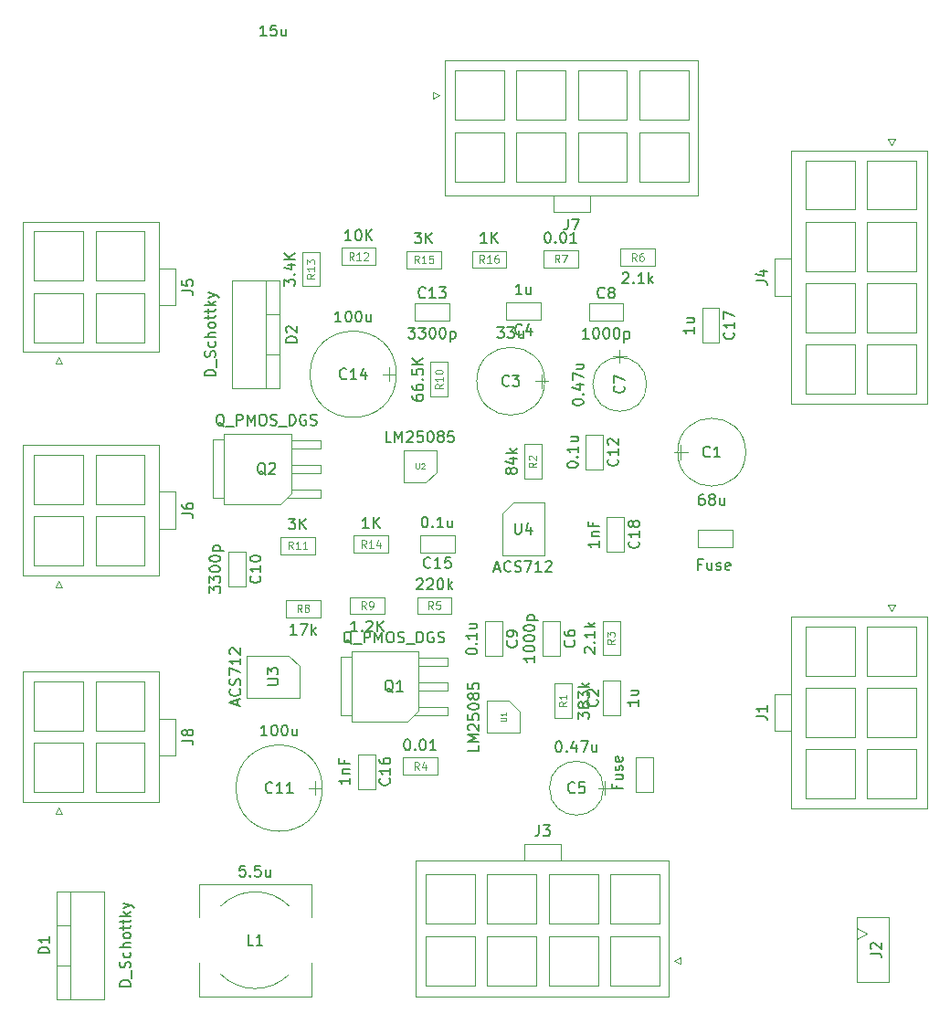
<source format=gbr>
G04 #@! TF.FileFunction,Other,Fab,Top*
%FSLAX46Y46*%
G04 Gerber Fmt 4.6, Leading zero omitted, Abs format (unit mm)*
G04 Created by KiCad (PCBNEW 4.0.7) date 05/11/18 13:22:06*
%MOMM*%
%LPD*%
G01*
G04 APERTURE LIST*
%ADD10C,0.100000*%
%ADD11C,0.150000*%
%ADD12C,0.105000*%
G04 APERTURE END LIST*
D10*
X167980000Y-88370000D02*
G75*
G03X167980000Y-88370000I-3150000J0D01*
G01*
X161380000Y-88370000D02*
X162580000Y-88370000D01*
X161980000Y-87720000D02*
X161980000Y-89020000D01*
X156380000Y-112730000D02*
X154780000Y-112730000D01*
X156380000Y-109530000D02*
X156380000Y-112730000D01*
X154780000Y-109530000D02*
X156380000Y-109530000D01*
X154780000Y-112730000D02*
X154780000Y-109530000D01*
X149350000Y-81790000D02*
G75*
G03X149350000Y-81790000I-3150000J0D01*
G01*
X149650000Y-81790000D02*
X148450000Y-81790000D01*
X149050000Y-82440000D02*
X149050000Y-81140000D01*
X149000000Y-74500000D02*
X149000000Y-76100000D01*
X145800000Y-74500000D02*
X149000000Y-74500000D01*
X145800000Y-76100000D02*
X145800000Y-74500000D01*
X149000000Y-76100000D02*
X145800000Y-76100000D01*
X149150000Y-104040000D02*
X150750000Y-104040000D01*
X149150000Y-107240000D02*
X149150000Y-104040000D01*
X150750000Y-107240000D02*
X149150000Y-107240000D01*
X150750000Y-104040000D02*
X150750000Y-107240000D01*
X158800000Y-82080000D02*
G75*
G03X158800000Y-82080000I-2500000J0D01*
G01*
X156300000Y-78880000D02*
X156300000Y-80080000D01*
X156950000Y-79480000D02*
X155650000Y-79480000D01*
X153440000Y-76190000D02*
X153440000Y-74590000D01*
X156640000Y-76190000D02*
X153440000Y-76190000D01*
X156640000Y-74590000D02*
X156640000Y-76190000D01*
X153440000Y-74590000D02*
X156640000Y-74590000D01*
X143820000Y-104070000D02*
X145420000Y-104070000D01*
X143820000Y-107270000D02*
X143820000Y-104070000D01*
X145420000Y-107270000D02*
X143820000Y-107270000D01*
X145420000Y-104070000D02*
X145420000Y-107270000D01*
X120020000Y-97610000D02*
X121620000Y-97610000D01*
X120020000Y-100810000D02*
X120020000Y-97610000D01*
X121620000Y-100810000D02*
X120020000Y-100810000D01*
X121620000Y-97610000D02*
X121620000Y-100810000D01*
X128740000Y-119510000D02*
G75*
G03X128740000Y-119510000I-4000000J0D01*
G01*
X128690000Y-119510000D02*
X127490000Y-119510000D01*
X128090000Y-120160000D02*
X128090000Y-118860000D01*
X153170000Y-86770000D02*
X154770000Y-86770000D01*
X153170000Y-89970000D02*
X153170000Y-86770000D01*
X154770000Y-89970000D02*
X153170000Y-89970000D01*
X154770000Y-86770000D02*
X154770000Y-89970000D01*
X137320000Y-76180000D02*
X137320000Y-74580000D01*
X140520000Y-76180000D02*
X137320000Y-76180000D01*
X140520000Y-74580000D02*
X140520000Y-76180000D01*
X137320000Y-74580000D02*
X140520000Y-74580000D01*
X135600000Y-81150000D02*
G75*
G03X135600000Y-81150000I-4000000J0D01*
G01*
X135550000Y-81150000D02*
X134350000Y-81150000D01*
X134950000Y-81800000D02*
X134950000Y-80500000D01*
X141000000Y-96100000D02*
X141000000Y-97700000D01*
X137800000Y-96100000D02*
X141000000Y-96100000D01*
X137800000Y-97700000D02*
X137800000Y-96100000D01*
X141000000Y-97700000D02*
X137800000Y-97700000D01*
X132020000Y-116370000D02*
X133620000Y-116370000D01*
X132020000Y-119570000D02*
X132020000Y-116370000D01*
X133620000Y-119570000D02*
X132020000Y-119570000D01*
X133620000Y-116370000D02*
X133620000Y-119570000D01*
X163930000Y-75030000D02*
X165530000Y-75030000D01*
X163930000Y-78230000D02*
X163930000Y-75030000D01*
X165530000Y-78230000D02*
X163930000Y-78230000D01*
X165530000Y-75030000D02*
X165530000Y-78230000D01*
X155110000Y-94400000D02*
X156710000Y-94400000D01*
X155110000Y-97600000D02*
X155110000Y-94400000D01*
X156710000Y-97600000D02*
X155110000Y-97600000D01*
X156710000Y-94400000D02*
X156710000Y-97600000D01*
X104100000Y-139060000D02*
X108500000Y-139060000D01*
X108500000Y-139060000D02*
X108500000Y-129060000D01*
X108500000Y-129060000D02*
X104100000Y-129060000D01*
X104100000Y-129060000D02*
X104100000Y-139060000D01*
X105370000Y-139060000D02*
X105370000Y-129060000D01*
X104100000Y-135910000D02*
X105370000Y-135910000D01*
X104100000Y-132210000D02*
X105370000Y-132210000D01*
X124800000Y-72470000D02*
X120400000Y-72470000D01*
X120400000Y-72470000D02*
X120400000Y-82470000D01*
X120400000Y-82470000D02*
X124800000Y-82470000D01*
X124800000Y-82470000D02*
X124800000Y-72470000D01*
X123530000Y-72470000D02*
X123530000Y-82470000D01*
X124800000Y-75620000D02*
X123530000Y-75620000D01*
X124800000Y-79320000D02*
X123530000Y-79320000D01*
X163580000Y-97140000D02*
X163580000Y-95540000D01*
X166780000Y-97140000D02*
X163580000Y-97140000D01*
X166780000Y-95540000D02*
X166780000Y-97140000D01*
X163580000Y-95540000D02*
X166780000Y-95540000D01*
X157820000Y-116640000D02*
X159420000Y-116640000D01*
X157820000Y-119840000D02*
X157820000Y-116640000D01*
X159420000Y-119840000D02*
X157820000Y-119840000D01*
X159420000Y-116640000D02*
X159420000Y-119840000D01*
X117300000Y-138800000D02*
X117300000Y-135700000D01*
X127700000Y-138800000D02*
X127700000Y-135700000D01*
X117300000Y-128400000D02*
X117300000Y-131500000D01*
X127700000Y-128400000D02*
X127700000Y-131500000D01*
X127700000Y-138800000D02*
X117300000Y-138800000D01*
X127700000Y-128400000D02*
X117300000Y-128400000D01*
X125670000Y-130430000D02*
G75*
G03X119330000Y-130430000I-3170000J-3170000D01*
G01*
X119330000Y-136770000D02*
G75*
G03X125670000Y-136770000I3170000J3170000D01*
G01*
X131440000Y-112760000D02*
X130440000Y-112760000D01*
X130440000Y-112760000D02*
X130440000Y-107360000D01*
X130440000Y-107360000D02*
X131440000Y-107360000D01*
X131440000Y-113310000D02*
X131440000Y-106810000D01*
X131440000Y-106810000D02*
X137660000Y-106810000D01*
X137660000Y-106810000D02*
X137660000Y-112310000D01*
X137660000Y-112310000D02*
X136660000Y-113310000D01*
X136660000Y-113310000D02*
X131440000Y-113310000D01*
X137255000Y-112715000D02*
X140360000Y-112715000D01*
X140360000Y-112715000D02*
X140360000Y-111965000D01*
X140360000Y-111965000D02*
X137660000Y-111965000D01*
X137660000Y-110435000D02*
X140360000Y-110435000D01*
X140360000Y-110435000D02*
X140360000Y-109685000D01*
X140360000Y-109685000D02*
X137660000Y-109685000D01*
X137660000Y-108155000D02*
X140360000Y-108155000D01*
X140360000Y-108155000D02*
X140360000Y-107405000D01*
X140360000Y-107405000D02*
X137660000Y-107405000D01*
X119620000Y-92620000D02*
X118620000Y-92620000D01*
X118620000Y-92620000D02*
X118620000Y-87220000D01*
X118620000Y-87220000D02*
X119620000Y-87220000D01*
X119620000Y-93170000D02*
X119620000Y-86670000D01*
X119620000Y-86670000D02*
X125840000Y-86670000D01*
X125840000Y-86670000D02*
X125840000Y-92170000D01*
X125840000Y-92170000D02*
X124840000Y-93170000D01*
X124840000Y-93170000D02*
X119620000Y-93170000D01*
X125435000Y-92575000D02*
X128540000Y-92575000D01*
X128540000Y-92575000D02*
X128540000Y-91825000D01*
X128540000Y-91825000D02*
X125840000Y-91825000D01*
X125840000Y-90295000D02*
X128540000Y-90295000D01*
X128540000Y-90295000D02*
X128540000Y-89545000D01*
X128540000Y-89545000D02*
X125840000Y-89545000D01*
X125840000Y-88015000D02*
X128540000Y-88015000D01*
X128540000Y-88015000D02*
X128540000Y-87265000D01*
X128540000Y-87265000D02*
X125840000Y-87265000D01*
X151870000Y-113000000D02*
X150270000Y-113000000D01*
X151870000Y-109800000D02*
X151870000Y-113000000D01*
X150270000Y-109800000D02*
X151870000Y-109800000D01*
X150270000Y-113000000D02*
X150270000Y-109800000D01*
X147450000Y-87630000D02*
X149050000Y-87630000D01*
X147450000Y-90830000D02*
X147450000Y-87630000D01*
X149050000Y-90830000D02*
X147450000Y-90830000D01*
X149050000Y-87630000D02*
X149050000Y-90830000D01*
X154710000Y-103990000D02*
X156310000Y-103990000D01*
X154710000Y-107190000D02*
X154710000Y-103990000D01*
X156310000Y-107190000D02*
X154710000Y-107190000D01*
X156310000Y-103990000D02*
X156310000Y-107190000D01*
X139400000Y-116680000D02*
X139400000Y-118280000D01*
X136200000Y-116680000D02*
X139400000Y-116680000D01*
X136200000Y-118280000D02*
X136200000Y-116680000D01*
X139400000Y-118280000D02*
X136200000Y-118280000D01*
X140730000Y-101790000D02*
X140730000Y-103390000D01*
X137530000Y-101790000D02*
X140730000Y-101790000D01*
X137530000Y-103390000D02*
X137530000Y-101790000D01*
X140730000Y-103390000D02*
X137530000Y-103390000D01*
X156380000Y-71120000D02*
X156380000Y-69520000D01*
X159580000Y-71120000D02*
X156380000Y-71120000D01*
X159580000Y-69520000D02*
X159580000Y-71120000D01*
X156380000Y-69520000D02*
X159580000Y-69520000D01*
X152420000Y-69660000D02*
X152420000Y-71260000D01*
X149220000Y-69660000D02*
X152420000Y-69660000D01*
X149220000Y-71260000D02*
X149220000Y-69660000D01*
X152420000Y-71260000D02*
X149220000Y-71260000D01*
X125350000Y-103660000D02*
X125350000Y-102060000D01*
X128550000Y-103660000D02*
X125350000Y-103660000D01*
X128550000Y-102060000D02*
X128550000Y-103660000D01*
X125350000Y-102060000D02*
X128550000Y-102060000D01*
X131310000Y-103390000D02*
X131310000Y-101790000D01*
X134510000Y-103390000D02*
X131310000Y-103390000D01*
X134510000Y-101790000D02*
X134510000Y-103390000D01*
X131310000Y-101790000D02*
X134510000Y-101790000D01*
X138770000Y-80010000D02*
X140370000Y-80010000D01*
X138770000Y-83210000D02*
X138770000Y-80010000D01*
X140370000Y-83210000D02*
X138770000Y-83210000D01*
X140370000Y-80010000D02*
X140370000Y-83210000D01*
X128060000Y-96210000D02*
X128060000Y-97810000D01*
X124860000Y-96210000D02*
X128060000Y-96210000D01*
X124860000Y-97810000D02*
X124860000Y-96210000D01*
X128060000Y-97810000D02*
X124860000Y-97810000D01*
X133700000Y-69440000D02*
X133700000Y-71040000D01*
X130500000Y-69440000D02*
X133700000Y-69440000D01*
X130500000Y-71040000D02*
X130500000Y-69440000D01*
X133700000Y-71040000D02*
X130500000Y-71040000D01*
X126900000Y-69800000D02*
X128500000Y-69800000D01*
X126900000Y-73000000D02*
X126900000Y-69800000D01*
X128500000Y-73000000D02*
X126900000Y-73000000D01*
X128500000Y-69800000D02*
X128500000Y-73000000D01*
X134860000Y-96100000D02*
X134860000Y-97700000D01*
X131660000Y-96100000D02*
X134860000Y-96100000D01*
X131660000Y-97700000D02*
X131660000Y-96100000D01*
X134860000Y-97700000D02*
X131660000Y-97700000D01*
X139740000Y-69720000D02*
X139740000Y-71320000D01*
X136540000Y-69720000D02*
X139740000Y-69720000D01*
X136540000Y-71320000D02*
X136540000Y-69720000D01*
X139740000Y-71320000D02*
X136540000Y-71320000D01*
X145800000Y-69700000D02*
X145800000Y-71300000D01*
X142600000Y-69700000D02*
X145800000Y-69700000D01*
X142600000Y-71300000D02*
X142600000Y-69700000D01*
X145800000Y-71300000D02*
X142600000Y-71300000D01*
X147030000Y-112400000D02*
X146030000Y-111400000D01*
X147030000Y-112400000D02*
X147030000Y-114400000D01*
X144030000Y-111400000D02*
X146030000Y-111400000D01*
X144030000Y-114400000D02*
X144030000Y-111400000D01*
X147030000Y-114400000D02*
X144030000Y-114400000D01*
X138300000Y-91200000D02*
X139300000Y-90200000D01*
X138300000Y-91200000D02*
X136300000Y-91200000D01*
X139300000Y-88200000D02*
X139300000Y-90200000D01*
X136300000Y-88200000D02*
X139300000Y-88200000D01*
X136300000Y-91200000D02*
X136300000Y-88200000D01*
X126640000Y-108220000D02*
X126640000Y-111120000D01*
X126640000Y-111120000D02*
X121740000Y-111120000D01*
X121740000Y-111120000D02*
X121740000Y-107220000D01*
X121740000Y-107220000D02*
X125640000Y-107220000D01*
X125640000Y-107220000D02*
X126640000Y-108220000D01*
X146410000Y-93050000D02*
X149310000Y-93050000D01*
X149310000Y-93050000D02*
X149310000Y-97950000D01*
X149310000Y-97950000D02*
X145410000Y-97950000D01*
X145410000Y-97950000D02*
X145410000Y-94050000D01*
X145410000Y-94050000D02*
X146410000Y-93050000D01*
X154790000Y-119510000D02*
G75*
G03X154790000Y-119510000I-2500000J0D01*
G01*
X155490000Y-119510000D02*
X154290000Y-119510000D01*
X154890000Y-120160000D02*
X154890000Y-118860000D01*
X184790000Y-103625000D02*
X172210000Y-103625000D01*
X172210000Y-103625000D02*
X172210000Y-121375000D01*
X172210000Y-121375000D02*
X184790000Y-121375000D01*
X184790000Y-121375000D02*
X184790000Y-103625000D01*
X172210000Y-110800000D02*
X170660000Y-110800000D01*
X170660000Y-110800000D02*
X170660000Y-114200000D01*
X170660000Y-114200000D02*
X172210000Y-114200000D01*
X183780000Y-104520000D02*
X179220000Y-104520000D01*
X179220000Y-104520000D02*
X179220000Y-109080000D01*
X179220000Y-109080000D02*
X183780000Y-109080000D01*
X183780000Y-109080000D02*
X183780000Y-104520000D01*
X178080000Y-104520000D02*
X173520000Y-104520000D01*
X173520000Y-104520000D02*
X173520000Y-109080000D01*
X173520000Y-109080000D02*
X178080000Y-109080000D01*
X178080000Y-109080000D02*
X178080000Y-104520000D01*
X183780000Y-110220000D02*
X179220000Y-110220000D01*
X179220000Y-110220000D02*
X179220000Y-114780000D01*
X179220000Y-114780000D02*
X183780000Y-114780000D01*
X183780000Y-114780000D02*
X183780000Y-110220000D01*
X178080000Y-110220000D02*
X173520000Y-110220000D01*
X173520000Y-110220000D02*
X173520000Y-114780000D01*
X173520000Y-114780000D02*
X178080000Y-114780000D01*
X178080000Y-114780000D02*
X178080000Y-110220000D01*
X183780000Y-115920000D02*
X179220000Y-115920000D01*
X179220000Y-115920000D02*
X179220000Y-120480000D01*
X179220000Y-120480000D02*
X183780000Y-120480000D01*
X183780000Y-120480000D02*
X183780000Y-115920000D01*
X178080000Y-115920000D02*
X173520000Y-115920000D01*
X173520000Y-115920000D02*
X173520000Y-120480000D01*
X173520000Y-120480000D02*
X178080000Y-120480000D01*
X178080000Y-120480000D02*
X178080000Y-115920000D01*
X181500000Y-103125000D02*
X181200000Y-102525000D01*
X181200000Y-102525000D02*
X181800000Y-102525000D01*
X181800000Y-102525000D02*
X181500000Y-103125000D01*
X178250000Y-131500000D02*
X178250000Y-137500000D01*
X178250000Y-137500000D02*
X181250000Y-137500000D01*
X181250000Y-137500000D02*
X181250000Y-131500000D01*
X181250000Y-131500000D02*
X178250000Y-131500000D01*
X178250000Y-133500000D02*
X179250000Y-133000000D01*
X179250000Y-133000000D02*
X178250000Y-132500000D01*
X184790000Y-60425000D02*
X172210000Y-60425000D01*
X172210000Y-60425000D02*
X172210000Y-83875000D01*
X172210000Y-83875000D02*
X184790000Y-83875000D01*
X184790000Y-83875000D02*
X184790000Y-60425000D01*
X172210000Y-70450000D02*
X170660000Y-70450000D01*
X170660000Y-70450000D02*
X170660000Y-73850000D01*
X170660000Y-73850000D02*
X172210000Y-73850000D01*
X183780000Y-61320000D02*
X179220000Y-61320000D01*
X179220000Y-61320000D02*
X179220000Y-65880000D01*
X179220000Y-65880000D02*
X183780000Y-65880000D01*
X183780000Y-65880000D02*
X183780000Y-61320000D01*
X178080000Y-61320000D02*
X173520000Y-61320000D01*
X173520000Y-61320000D02*
X173520000Y-65880000D01*
X173520000Y-65880000D02*
X178080000Y-65880000D01*
X178080000Y-65880000D02*
X178080000Y-61320000D01*
X183780000Y-67020000D02*
X179220000Y-67020000D01*
X179220000Y-67020000D02*
X179220000Y-71580000D01*
X179220000Y-71580000D02*
X183780000Y-71580000D01*
X183780000Y-71580000D02*
X183780000Y-67020000D01*
X178080000Y-67020000D02*
X173520000Y-67020000D01*
X173520000Y-67020000D02*
X173520000Y-71580000D01*
X173520000Y-71580000D02*
X178080000Y-71580000D01*
X178080000Y-71580000D02*
X178080000Y-67020000D01*
X183780000Y-72720000D02*
X179220000Y-72720000D01*
X179220000Y-72720000D02*
X179220000Y-77280000D01*
X179220000Y-77280000D02*
X183780000Y-77280000D01*
X183780000Y-77280000D02*
X183780000Y-72720000D01*
X178080000Y-72720000D02*
X173520000Y-72720000D01*
X173520000Y-72720000D02*
X173520000Y-77280000D01*
X173520000Y-77280000D02*
X178080000Y-77280000D01*
X178080000Y-77280000D02*
X178080000Y-72720000D01*
X183780000Y-78420000D02*
X179220000Y-78420000D01*
X179220000Y-78420000D02*
X179220000Y-82980000D01*
X179220000Y-82980000D02*
X183780000Y-82980000D01*
X183780000Y-82980000D02*
X183780000Y-78420000D01*
X178080000Y-78420000D02*
X173520000Y-78420000D01*
X173520000Y-78420000D02*
X173520000Y-82980000D01*
X173520000Y-82980000D02*
X178080000Y-82980000D01*
X178080000Y-82980000D02*
X178080000Y-78420000D01*
X181500000Y-59925000D02*
X181200000Y-59325000D01*
X181200000Y-59325000D02*
X181800000Y-59325000D01*
X181800000Y-59325000D02*
X181500000Y-59925000D01*
X160875000Y-138790000D02*
X160875000Y-126210000D01*
X160875000Y-126210000D02*
X137425000Y-126210000D01*
X137425000Y-126210000D02*
X137425000Y-138790000D01*
X137425000Y-138790000D02*
X160875000Y-138790000D01*
X150850000Y-126210000D02*
X150850000Y-124660000D01*
X150850000Y-124660000D02*
X147450000Y-124660000D01*
X147450000Y-124660000D02*
X147450000Y-126210000D01*
X159980000Y-137780000D02*
X159980000Y-133220000D01*
X159980000Y-133220000D02*
X155420000Y-133220000D01*
X155420000Y-133220000D02*
X155420000Y-137780000D01*
X155420000Y-137780000D02*
X159980000Y-137780000D01*
X159980000Y-132080000D02*
X159980000Y-127520000D01*
X159980000Y-127520000D02*
X155420000Y-127520000D01*
X155420000Y-127520000D02*
X155420000Y-132080000D01*
X155420000Y-132080000D02*
X159980000Y-132080000D01*
X154280000Y-137780000D02*
X154280000Y-133220000D01*
X154280000Y-133220000D02*
X149720000Y-133220000D01*
X149720000Y-133220000D02*
X149720000Y-137780000D01*
X149720000Y-137780000D02*
X154280000Y-137780000D01*
X154280000Y-132080000D02*
X154280000Y-127520000D01*
X154280000Y-127520000D02*
X149720000Y-127520000D01*
X149720000Y-127520000D02*
X149720000Y-132080000D01*
X149720000Y-132080000D02*
X154280000Y-132080000D01*
X148580000Y-137780000D02*
X148580000Y-133220000D01*
X148580000Y-133220000D02*
X144020000Y-133220000D01*
X144020000Y-133220000D02*
X144020000Y-137780000D01*
X144020000Y-137780000D02*
X148580000Y-137780000D01*
X148580000Y-132080000D02*
X148580000Y-127520000D01*
X148580000Y-127520000D02*
X144020000Y-127520000D01*
X144020000Y-127520000D02*
X144020000Y-132080000D01*
X144020000Y-132080000D02*
X148580000Y-132080000D01*
X142880000Y-137780000D02*
X142880000Y-133220000D01*
X142880000Y-133220000D02*
X138320000Y-133220000D01*
X138320000Y-133220000D02*
X138320000Y-137780000D01*
X138320000Y-137780000D02*
X142880000Y-137780000D01*
X142880000Y-132080000D02*
X142880000Y-127520000D01*
X142880000Y-127520000D02*
X138320000Y-127520000D01*
X138320000Y-127520000D02*
X138320000Y-132080000D01*
X138320000Y-132080000D02*
X142880000Y-132080000D01*
X161375000Y-135500000D02*
X161975000Y-135200000D01*
X161975000Y-135200000D02*
X161975000Y-135800000D01*
X161975000Y-135800000D02*
X161375000Y-135500000D01*
X101010000Y-79075000D02*
X113590000Y-79075000D01*
X113590000Y-79075000D02*
X113590000Y-67025000D01*
X113590000Y-67025000D02*
X101010000Y-67025000D01*
X101010000Y-67025000D02*
X101010000Y-79075000D01*
X113590000Y-74750000D02*
X115140000Y-74750000D01*
X115140000Y-74750000D02*
X115140000Y-71350000D01*
X115140000Y-71350000D02*
X113590000Y-71350000D01*
X102020000Y-78180000D02*
X106580000Y-78180000D01*
X106580000Y-78180000D02*
X106580000Y-73620000D01*
X106580000Y-73620000D02*
X102020000Y-73620000D01*
X102020000Y-73620000D02*
X102020000Y-78180000D01*
X107720000Y-78180000D02*
X112280000Y-78180000D01*
X112280000Y-78180000D02*
X112280000Y-73620000D01*
X112280000Y-73620000D02*
X107720000Y-73620000D01*
X107720000Y-73620000D02*
X107720000Y-78180000D01*
X102020000Y-72480000D02*
X106580000Y-72480000D01*
X106580000Y-72480000D02*
X106580000Y-67920000D01*
X106580000Y-67920000D02*
X102020000Y-67920000D01*
X102020000Y-67920000D02*
X102020000Y-72480000D01*
X107720000Y-72480000D02*
X112280000Y-72480000D01*
X112280000Y-72480000D02*
X112280000Y-67920000D01*
X112280000Y-67920000D02*
X107720000Y-67920000D01*
X107720000Y-67920000D02*
X107720000Y-72480000D01*
X104300000Y-79575000D02*
X104600000Y-80175000D01*
X104600000Y-80175000D02*
X104000000Y-80175000D01*
X104000000Y-80175000D02*
X104300000Y-79575000D01*
X101010000Y-99775000D02*
X113590000Y-99775000D01*
X113590000Y-99775000D02*
X113590000Y-87725000D01*
X113590000Y-87725000D02*
X101010000Y-87725000D01*
X101010000Y-87725000D02*
X101010000Y-99775000D01*
X113590000Y-95450000D02*
X115140000Y-95450000D01*
X115140000Y-95450000D02*
X115140000Y-92050000D01*
X115140000Y-92050000D02*
X113590000Y-92050000D01*
X102020000Y-98880000D02*
X106580000Y-98880000D01*
X106580000Y-98880000D02*
X106580000Y-94320000D01*
X106580000Y-94320000D02*
X102020000Y-94320000D01*
X102020000Y-94320000D02*
X102020000Y-98880000D01*
X107720000Y-98880000D02*
X112280000Y-98880000D01*
X112280000Y-98880000D02*
X112280000Y-94320000D01*
X112280000Y-94320000D02*
X107720000Y-94320000D01*
X107720000Y-94320000D02*
X107720000Y-98880000D01*
X102020000Y-93180000D02*
X106580000Y-93180000D01*
X106580000Y-93180000D02*
X106580000Y-88620000D01*
X106580000Y-88620000D02*
X102020000Y-88620000D01*
X102020000Y-88620000D02*
X102020000Y-93180000D01*
X107720000Y-93180000D02*
X112280000Y-93180000D01*
X112280000Y-93180000D02*
X112280000Y-88620000D01*
X112280000Y-88620000D02*
X107720000Y-88620000D01*
X107720000Y-88620000D02*
X107720000Y-93180000D01*
X104300000Y-100275000D02*
X104600000Y-100875000D01*
X104600000Y-100875000D02*
X104000000Y-100875000D01*
X104000000Y-100875000D02*
X104300000Y-100275000D01*
X101010000Y-120775000D02*
X113590000Y-120775000D01*
X113590000Y-120775000D02*
X113590000Y-108725000D01*
X113590000Y-108725000D02*
X101010000Y-108725000D01*
X101010000Y-108725000D02*
X101010000Y-120775000D01*
X113590000Y-116450000D02*
X115140000Y-116450000D01*
X115140000Y-116450000D02*
X115140000Y-113050000D01*
X115140000Y-113050000D02*
X113590000Y-113050000D01*
X102020000Y-119880000D02*
X106580000Y-119880000D01*
X106580000Y-119880000D02*
X106580000Y-115320000D01*
X106580000Y-115320000D02*
X102020000Y-115320000D01*
X102020000Y-115320000D02*
X102020000Y-119880000D01*
X107720000Y-119880000D02*
X112280000Y-119880000D01*
X112280000Y-119880000D02*
X112280000Y-115320000D01*
X112280000Y-115320000D02*
X107720000Y-115320000D01*
X107720000Y-115320000D02*
X107720000Y-119880000D01*
X102020000Y-114180000D02*
X106580000Y-114180000D01*
X106580000Y-114180000D02*
X106580000Y-109620000D01*
X106580000Y-109620000D02*
X102020000Y-109620000D01*
X102020000Y-109620000D02*
X102020000Y-114180000D01*
X107720000Y-114180000D02*
X112280000Y-114180000D01*
X112280000Y-114180000D02*
X112280000Y-109620000D01*
X112280000Y-109620000D02*
X107720000Y-109620000D01*
X107720000Y-109620000D02*
X107720000Y-114180000D01*
X104300000Y-121275000D02*
X104600000Y-121875000D01*
X104600000Y-121875000D02*
X104000000Y-121875000D01*
X104000000Y-121875000D02*
X104300000Y-121275000D01*
X140125000Y-52010000D02*
X140125000Y-64590000D01*
X140125000Y-64590000D02*
X163575000Y-64590000D01*
X163575000Y-64590000D02*
X163575000Y-52010000D01*
X163575000Y-52010000D02*
X140125000Y-52010000D01*
X150150000Y-64590000D02*
X150150000Y-66140000D01*
X150150000Y-66140000D02*
X153550000Y-66140000D01*
X153550000Y-66140000D02*
X153550000Y-64590000D01*
X141020000Y-53020000D02*
X141020000Y-57580000D01*
X141020000Y-57580000D02*
X145580000Y-57580000D01*
X145580000Y-57580000D02*
X145580000Y-53020000D01*
X145580000Y-53020000D02*
X141020000Y-53020000D01*
X141020000Y-58720000D02*
X141020000Y-63280000D01*
X141020000Y-63280000D02*
X145580000Y-63280000D01*
X145580000Y-63280000D02*
X145580000Y-58720000D01*
X145580000Y-58720000D02*
X141020000Y-58720000D01*
X146720000Y-53020000D02*
X146720000Y-57580000D01*
X146720000Y-57580000D02*
X151280000Y-57580000D01*
X151280000Y-57580000D02*
X151280000Y-53020000D01*
X151280000Y-53020000D02*
X146720000Y-53020000D01*
X146720000Y-58720000D02*
X146720000Y-63280000D01*
X146720000Y-63280000D02*
X151280000Y-63280000D01*
X151280000Y-63280000D02*
X151280000Y-58720000D01*
X151280000Y-58720000D02*
X146720000Y-58720000D01*
X152420000Y-53020000D02*
X152420000Y-57580000D01*
X152420000Y-57580000D02*
X156980000Y-57580000D01*
X156980000Y-57580000D02*
X156980000Y-53020000D01*
X156980000Y-53020000D02*
X152420000Y-53020000D01*
X152420000Y-58720000D02*
X152420000Y-63280000D01*
X152420000Y-63280000D02*
X156980000Y-63280000D01*
X156980000Y-63280000D02*
X156980000Y-58720000D01*
X156980000Y-58720000D02*
X152420000Y-58720000D01*
X158120000Y-53020000D02*
X158120000Y-57580000D01*
X158120000Y-57580000D02*
X162680000Y-57580000D01*
X162680000Y-57580000D02*
X162680000Y-53020000D01*
X162680000Y-53020000D02*
X158120000Y-53020000D01*
X158120000Y-58720000D02*
X158120000Y-63280000D01*
X158120000Y-63280000D02*
X162680000Y-63280000D01*
X162680000Y-63280000D02*
X162680000Y-58720000D01*
X162680000Y-58720000D02*
X158120000Y-58720000D01*
X139625000Y-55300000D02*
X139025000Y-55600000D01*
X139025000Y-55600000D02*
X139025000Y-55000000D01*
X139025000Y-55000000D02*
X139625000Y-55300000D01*
D11*
X164091905Y-92282381D02*
X163901428Y-92282381D01*
X163806190Y-92330000D01*
X163758571Y-92377619D01*
X163663333Y-92520476D01*
X163615714Y-92710952D01*
X163615714Y-93091905D01*
X163663333Y-93187143D01*
X163710952Y-93234762D01*
X163806190Y-93282381D01*
X163996667Y-93282381D01*
X164091905Y-93234762D01*
X164139524Y-93187143D01*
X164187143Y-93091905D01*
X164187143Y-92853810D01*
X164139524Y-92758571D01*
X164091905Y-92710952D01*
X163996667Y-92663333D01*
X163806190Y-92663333D01*
X163710952Y-92710952D01*
X163663333Y-92758571D01*
X163615714Y-92853810D01*
X164758571Y-92710952D02*
X164663333Y-92663333D01*
X164615714Y-92615714D01*
X164568095Y-92520476D01*
X164568095Y-92472857D01*
X164615714Y-92377619D01*
X164663333Y-92330000D01*
X164758571Y-92282381D01*
X164949048Y-92282381D01*
X165044286Y-92330000D01*
X165091905Y-92377619D01*
X165139524Y-92472857D01*
X165139524Y-92520476D01*
X165091905Y-92615714D01*
X165044286Y-92663333D01*
X164949048Y-92710952D01*
X164758571Y-92710952D01*
X164663333Y-92758571D01*
X164615714Y-92806190D01*
X164568095Y-92901429D01*
X164568095Y-93091905D01*
X164615714Y-93187143D01*
X164663333Y-93234762D01*
X164758571Y-93282381D01*
X164949048Y-93282381D01*
X165044286Y-93234762D01*
X165091905Y-93187143D01*
X165139524Y-93091905D01*
X165139524Y-92901429D01*
X165091905Y-92806190D01*
X165044286Y-92758571D01*
X164949048Y-92710952D01*
X165996667Y-92615714D02*
X165996667Y-93282381D01*
X165568095Y-92615714D02*
X165568095Y-93139524D01*
X165615714Y-93234762D01*
X165710952Y-93282381D01*
X165853810Y-93282381D01*
X165949048Y-93234762D01*
X165996667Y-93187143D01*
X164663334Y-88727143D02*
X164615715Y-88774762D01*
X164472858Y-88822381D01*
X164377620Y-88822381D01*
X164234762Y-88774762D01*
X164139524Y-88679524D01*
X164091905Y-88584286D01*
X164044286Y-88393810D01*
X164044286Y-88250952D01*
X164091905Y-88060476D01*
X164139524Y-87965238D01*
X164234762Y-87870000D01*
X164377620Y-87822381D01*
X164472858Y-87822381D01*
X164615715Y-87870000D01*
X164663334Y-87917619D01*
X165615715Y-88822381D02*
X165044286Y-88822381D01*
X165330000Y-88822381D02*
X165330000Y-87822381D01*
X165234762Y-87965238D01*
X165139524Y-88060476D01*
X165044286Y-88108095D01*
X158032381Y-111296666D02*
X158032381Y-111868095D01*
X158032381Y-111582381D02*
X157032381Y-111582381D01*
X157175238Y-111677619D01*
X157270476Y-111772857D01*
X157318095Y-111868095D01*
X157365714Y-110439523D02*
X158032381Y-110439523D01*
X157365714Y-110868095D02*
X157889524Y-110868095D01*
X157984762Y-110820476D01*
X158032381Y-110725238D01*
X158032381Y-110582380D01*
X157984762Y-110487142D01*
X157937143Y-110439523D01*
X154187143Y-111296666D02*
X154234762Y-111344285D01*
X154282381Y-111487142D01*
X154282381Y-111582380D01*
X154234762Y-111725238D01*
X154139524Y-111820476D01*
X154044286Y-111868095D01*
X153853810Y-111915714D01*
X153710952Y-111915714D01*
X153520476Y-111868095D01*
X153425238Y-111820476D01*
X153330000Y-111725238D01*
X153282381Y-111582380D01*
X153282381Y-111487142D01*
X153330000Y-111344285D01*
X153377619Y-111296666D01*
X153377619Y-110915714D02*
X153330000Y-110868095D01*
X153282381Y-110772857D01*
X153282381Y-110534761D01*
X153330000Y-110439523D01*
X153377619Y-110391904D01*
X153472857Y-110344285D01*
X153568095Y-110344285D01*
X153710952Y-110391904D01*
X154282381Y-110963333D01*
X154282381Y-110344285D01*
X144938095Y-76782381D02*
X145557143Y-76782381D01*
X145223809Y-77163333D01*
X145366667Y-77163333D01*
X145461905Y-77210952D01*
X145509524Y-77258571D01*
X145557143Y-77353810D01*
X145557143Y-77591905D01*
X145509524Y-77687143D01*
X145461905Y-77734762D01*
X145366667Y-77782381D01*
X145080952Y-77782381D01*
X144985714Y-77734762D01*
X144938095Y-77687143D01*
X145890476Y-76782381D02*
X146509524Y-76782381D01*
X146176190Y-77163333D01*
X146319048Y-77163333D01*
X146414286Y-77210952D01*
X146461905Y-77258571D01*
X146509524Y-77353810D01*
X146509524Y-77591905D01*
X146461905Y-77687143D01*
X146414286Y-77734762D01*
X146319048Y-77782381D01*
X146033333Y-77782381D01*
X145938095Y-77734762D01*
X145890476Y-77687143D01*
X147366667Y-77115714D02*
X147366667Y-77782381D01*
X146938095Y-77115714D02*
X146938095Y-77639524D01*
X146985714Y-77734762D01*
X147080952Y-77782381D01*
X147223810Y-77782381D01*
X147319048Y-77734762D01*
X147366667Y-77687143D01*
X146033334Y-82147143D02*
X145985715Y-82194762D01*
X145842858Y-82242381D01*
X145747620Y-82242381D01*
X145604762Y-82194762D01*
X145509524Y-82099524D01*
X145461905Y-82004286D01*
X145414286Y-81813810D01*
X145414286Y-81670952D01*
X145461905Y-81480476D01*
X145509524Y-81385238D01*
X145604762Y-81290000D01*
X145747620Y-81242381D01*
X145842858Y-81242381D01*
X145985715Y-81290000D01*
X146033334Y-81337619D01*
X146366667Y-81242381D02*
X146985715Y-81242381D01*
X146652381Y-81623333D01*
X146795239Y-81623333D01*
X146890477Y-81670952D01*
X146938096Y-81718571D01*
X146985715Y-81813810D01*
X146985715Y-82051905D01*
X146938096Y-82147143D01*
X146890477Y-82194762D01*
X146795239Y-82242381D01*
X146509524Y-82242381D01*
X146414286Y-82194762D01*
X146366667Y-82147143D01*
X147233334Y-73752381D02*
X146661905Y-73752381D01*
X146947619Y-73752381D02*
X146947619Y-72752381D01*
X146852381Y-72895238D01*
X146757143Y-72990476D01*
X146661905Y-73038095D01*
X148090477Y-73085714D02*
X148090477Y-73752381D01*
X147661905Y-73085714D02*
X147661905Y-73609524D01*
X147709524Y-73704762D01*
X147804762Y-73752381D01*
X147947620Y-73752381D01*
X148042858Y-73704762D01*
X148090477Y-73657143D01*
X147233334Y-77407143D02*
X147185715Y-77454762D01*
X147042858Y-77502381D01*
X146947620Y-77502381D01*
X146804762Y-77454762D01*
X146709524Y-77359524D01*
X146661905Y-77264286D01*
X146614286Y-77073810D01*
X146614286Y-76930952D01*
X146661905Y-76740476D01*
X146709524Y-76645238D01*
X146804762Y-76550000D01*
X146947620Y-76502381D01*
X147042858Y-76502381D01*
X147185715Y-76550000D01*
X147233334Y-76597619D01*
X148090477Y-76835714D02*
X148090477Y-77502381D01*
X147852381Y-76454762D02*
X147614286Y-77169048D01*
X148233334Y-77169048D01*
X148402381Y-107235238D02*
X148402381Y-107806667D01*
X148402381Y-107520953D02*
X147402381Y-107520953D01*
X147545238Y-107616191D01*
X147640476Y-107711429D01*
X147688095Y-107806667D01*
X147402381Y-106616191D02*
X147402381Y-106520952D01*
X147450000Y-106425714D01*
X147497619Y-106378095D01*
X147592857Y-106330476D01*
X147783333Y-106282857D01*
X148021429Y-106282857D01*
X148211905Y-106330476D01*
X148307143Y-106378095D01*
X148354762Y-106425714D01*
X148402381Y-106520952D01*
X148402381Y-106616191D01*
X148354762Y-106711429D01*
X148307143Y-106759048D01*
X148211905Y-106806667D01*
X148021429Y-106854286D01*
X147783333Y-106854286D01*
X147592857Y-106806667D01*
X147497619Y-106759048D01*
X147450000Y-106711429D01*
X147402381Y-106616191D01*
X147402381Y-105663810D02*
X147402381Y-105568571D01*
X147450000Y-105473333D01*
X147497619Y-105425714D01*
X147592857Y-105378095D01*
X147783333Y-105330476D01*
X148021429Y-105330476D01*
X148211905Y-105378095D01*
X148307143Y-105425714D01*
X148354762Y-105473333D01*
X148402381Y-105568571D01*
X148402381Y-105663810D01*
X148354762Y-105759048D01*
X148307143Y-105806667D01*
X148211905Y-105854286D01*
X148021429Y-105901905D01*
X147783333Y-105901905D01*
X147592857Y-105854286D01*
X147497619Y-105806667D01*
X147450000Y-105759048D01*
X147402381Y-105663810D01*
X147402381Y-104711429D02*
X147402381Y-104616190D01*
X147450000Y-104520952D01*
X147497619Y-104473333D01*
X147592857Y-104425714D01*
X147783333Y-104378095D01*
X148021429Y-104378095D01*
X148211905Y-104425714D01*
X148307143Y-104473333D01*
X148354762Y-104520952D01*
X148402381Y-104616190D01*
X148402381Y-104711429D01*
X148354762Y-104806667D01*
X148307143Y-104854286D01*
X148211905Y-104901905D01*
X148021429Y-104949524D01*
X147783333Y-104949524D01*
X147592857Y-104901905D01*
X147497619Y-104854286D01*
X147450000Y-104806667D01*
X147402381Y-104711429D01*
X147735714Y-103949524D02*
X148735714Y-103949524D01*
X147783333Y-103949524D02*
X147735714Y-103854286D01*
X147735714Y-103663809D01*
X147783333Y-103568571D01*
X147830952Y-103520952D01*
X147926190Y-103473333D01*
X148211905Y-103473333D01*
X148307143Y-103520952D01*
X148354762Y-103568571D01*
X148402381Y-103663809D01*
X148402381Y-103854286D01*
X148354762Y-103949524D01*
X152057143Y-105806666D02*
X152104762Y-105854285D01*
X152152381Y-105997142D01*
X152152381Y-106092380D01*
X152104762Y-106235238D01*
X152009524Y-106330476D01*
X151914286Y-106378095D01*
X151723810Y-106425714D01*
X151580952Y-106425714D01*
X151390476Y-106378095D01*
X151295238Y-106330476D01*
X151200000Y-106235238D01*
X151152381Y-106092380D01*
X151152381Y-105997142D01*
X151200000Y-105854285D01*
X151247619Y-105806666D01*
X151152381Y-104949523D02*
X151152381Y-105140000D01*
X151200000Y-105235238D01*
X151247619Y-105282857D01*
X151390476Y-105378095D01*
X151580952Y-105425714D01*
X151961905Y-105425714D01*
X152057143Y-105378095D01*
X152104762Y-105330476D01*
X152152381Y-105235238D01*
X152152381Y-105044761D01*
X152104762Y-104949523D01*
X152057143Y-104901904D01*
X151961905Y-104854285D01*
X151723810Y-104854285D01*
X151628571Y-104901904D01*
X151580952Y-104949523D01*
X151533333Y-105044761D01*
X151533333Y-105235238D01*
X151580952Y-105330476D01*
X151628571Y-105378095D01*
X151723810Y-105425714D01*
X151942381Y-83770476D02*
X151942381Y-83675237D01*
X151990000Y-83579999D01*
X152037619Y-83532380D01*
X152132857Y-83484761D01*
X152323333Y-83437142D01*
X152561429Y-83437142D01*
X152751905Y-83484761D01*
X152847143Y-83532380D01*
X152894762Y-83579999D01*
X152942381Y-83675237D01*
X152942381Y-83770476D01*
X152894762Y-83865714D01*
X152847143Y-83913333D01*
X152751905Y-83960952D01*
X152561429Y-84008571D01*
X152323333Y-84008571D01*
X152132857Y-83960952D01*
X152037619Y-83913333D01*
X151990000Y-83865714D01*
X151942381Y-83770476D01*
X152847143Y-83008571D02*
X152894762Y-82960952D01*
X152942381Y-83008571D01*
X152894762Y-83056190D01*
X152847143Y-83008571D01*
X152942381Y-83008571D01*
X152275714Y-82103809D02*
X152942381Y-82103809D01*
X151894762Y-82341905D02*
X152609048Y-82580000D01*
X152609048Y-81960952D01*
X151942381Y-81675238D02*
X151942381Y-81008571D01*
X152942381Y-81437143D01*
X152275714Y-80199047D02*
X152942381Y-80199047D01*
X152275714Y-80627619D02*
X152799524Y-80627619D01*
X152894762Y-80580000D01*
X152942381Y-80484762D01*
X152942381Y-80341904D01*
X152894762Y-80246666D01*
X152847143Y-80199047D01*
X156657143Y-82246666D02*
X156704762Y-82294285D01*
X156752381Y-82437142D01*
X156752381Y-82532380D01*
X156704762Y-82675238D01*
X156609524Y-82770476D01*
X156514286Y-82818095D01*
X156323810Y-82865714D01*
X156180952Y-82865714D01*
X155990476Y-82818095D01*
X155895238Y-82770476D01*
X155800000Y-82675238D01*
X155752381Y-82532380D01*
X155752381Y-82437142D01*
X155800000Y-82294285D01*
X155847619Y-82246666D01*
X155752381Y-81913333D02*
X155752381Y-81246666D01*
X156752381Y-81675238D01*
X153444762Y-77842381D02*
X152873333Y-77842381D01*
X153159047Y-77842381D02*
X153159047Y-76842381D01*
X153063809Y-76985238D01*
X152968571Y-77080476D01*
X152873333Y-77128095D01*
X154063809Y-76842381D02*
X154159048Y-76842381D01*
X154254286Y-76890000D01*
X154301905Y-76937619D01*
X154349524Y-77032857D01*
X154397143Y-77223333D01*
X154397143Y-77461429D01*
X154349524Y-77651905D01*
X154301905Y-77747143D01*
X154254286Y-77794762D01*
X154159048Y-77842381D01*
X154063809Y-77842381D01*
X153968571Y-77794762D01*
X153920952Y-77747143D01*
X153873333Y-77651905D01*
X153825714Y-77461429D01*
X153825714Y-77223333D01*
X153873333Y-77032857D01*
X153920952Y-76937619D01*
X153968571Y-76890000D01*
X154063809Y-76842381D01*
X155016190Y-76842381D02*
X155111429Y-76842381D01*
X155206667Y-76890000D01*
X155254286Y-76937619D01*
X155301905Y-77032857D01*
X155349524Y-77223333D01*
X155349524Y-77461429D01*
X155301905Y-77651905D01*
X155254286Y-77747143D01*
X155206667Y-77794762D01*
X155111429Y-77842381D01*
X155016190Y-77842381D01*
X154920952Y-77794762D01*
X154873333Y-77747143D01*
X154825714Y-77651905D01*
X154778095Y-77461429D01*
X154778095Y-77223333D01*
X154825714Y-77032857D01*
X154873333Y-76937619D01*
X154920952Y-76890000D01*
X155016190Y-76842381D01*
X155968571Y-76842381D02*
X156063810Y-76842381D01*
X156159048Y-76890000D01*
X156206667Y-76937619D01*
X156254286Y-77032857D01*
X156301905Y-77223333D01*
X156301905Y-77461429D01*
X156254286Y-77651905D01*
X156206667Y-77747143D01*
X156159048Y-77794762D01*
X156063810Y-77842381D01*
X155968571Y-77842381D01*
X155873333Y-77794762D01*
X155825714Y-77747143D01*
X155778095Y-77651905D01*
X155730476Y-77461429D01*
X155730476Y-77223333D01*
X155778095Y-77032857D01*
X155825714Y-76937619D01*
X155873333Y-76890000D01*
X155968571Y-76842381D01*
X156730476Y-77175714D02*
X156730476Y-78175714D01*
X156730476Y-77223333D02*
X156825714Y-77175714D01*
X157016191Y-77175714D01*
X157111429Y-77223333D01*
X157159048Y-77270952D01*
X157206667Y-77366190D01*
X157206667Y-77651905D01*
X157159048Y-77747143D01*
X157111429Y-77794762D01*
X157016191Y-77842381D01*
X156825714Y-77842381D01*
X156730476Y-77794762D01*
X154873334Y-73997143D02*
X154825715Y-74044762D01*
X154682858Y-74092381D01*
X154587620Y-74092381D01*
X154444762Y-74044762D01*
X154349524Y-73949524D01*
X154301905Y-73854286D01*
X154254286Y-73663810D01*
X154254286Y-73520952D01*
X154301905Y-73330476D01*
X154349524Y-73235238D01*
X154444762Y-73140000D01*
X154587620Y-73092381D01*
X154682858Y-73092381D01*
X154825715Y-73140000D01*
X154873334Y-73187619D01*
X155444762Y-73520952D02*
X155349524Y-73473333D01*
X155301905Y-73425714D01*
X155254286Y-73330476D01*
X155254286Y-73282857D01*
X155301905Y-73187619D01*
X155349524Y-73140000D01*
X155444762Y-73092381D01*
X155635239Y-73092381D01*
X155730477Y-73140000D01*
X155778096Y-73187619D01*
X155825715Y-73282857D01*
X155825715Y-73330476D01*
X155778096Y-73425714D01*
X155730477Y-73473333D01*
X155635239Y-73520952D01*
X155444762Y-73520952D01*
X155349524Y-73568571D01*
X155301905Y-73616190D01*
X155254286Y-73711429D01*
X155254286Y-73901905D01*
X155301905Y-73997143D01*
X155349524Y-74044762D01*
X155444762Y-74092381D01*
X155635239Y-74092381D01*
X155730477Y-74044762D01*
X155778096Y-73997143D01*
X155825715Y-73901905D01*
X155825715Y-73711429D01*
X155778096Y-73616190D01*
X155730477Y-73568571D01*
X155635239Y-73520952D01*
X142072381Y-106884286D02*
X142072381Y-106789047D01*
X142120000Y-106693809D01*
X142167619Y-106646190D01*
X142262857Y-106598571D01*
X142453333Y-106550952D01*
X142691429Y-106550952D01*
X142881905Y-106598571D01*
X142977143Y-106646190D01*
X143024762Y-106693809D01*
X143072381Y-106789047D01*
X143072381Y-106884286D01*
X143024762Y-106979524D01*
X142977143Y-107027143D01*
X142881905Y-107074762D01*
X142691429Y-107122381D01*
X142453333Y-107122381D01*
X142262857Y-107074762D01*
X142167619Y-107027143D01*
X142120000Y-106979524D01*
X142072381Y-106884286D01*
X142977143Y-106122381D02*
X143024762Y-106074762D01*
X143072381Y-106122381D01*
X143024762Y-106170000D01*
X142977143Y-106122381D01*
X143072381Y-106122381D01*
X143072381Y-105122381D02*
X143072381Y-105693810D01*
X143072381Y-105408096D02*
X142072381Y-105408096D01*
X142215238Y-105503334D01*
X142310476Y-105598572D01*
X142358095Y-105693810D01*
X142405714Y-104265238D02*
X143072381Y-104265238D01*
X142405714Y-104693810D02*
X142929524Y-104693810D01*
X143024762Y-104646191D01*
X143072381Y-104550953D01*
X143072381Y-104408095D01*
X143024762Y-104312857D01*
X142977143Y-104265238D01*
X146727143Y-105836666D02*
X146774762Y-105884285D01*
X146822381Y-106027142D01*
X146822381Y-106122380D01*
X146774762Y-106265238D01*
X146679524Y-106360476D01*
X146584286Y-106408095D01*
X146393810Y-106455714D01*
X146250952Y-106455714D01*
X146060476Y-106408095D01*
X145965238Y-106360476D01*
X145870000Y-106265238D01*
X145822381Y-106122380D01*
X145822381Y-106027142D01*
X145870000Y-105884285D01*
X145917619Y-105836666D01*
X146822381Y-105360476D02*
X146822381Y-105170000D01*
X146774762Y-105074761D01*
X146727143Y-105027142D01*
X146584286Y-104931904D01*
X146393810Y-104884285D01*
X146012857Y-104884285D01*
X145917619Y-104931904D01*
X145870000Y-104979523D01*
X145822381Y-105074761D01*
X145822381Y-105265238D01*
X145870000Y-105360476D01*
X145917619Y-105408095D01*
X146012857Y-105455714D01*
X146250952Y-105455714D01*
X146346190Y-105408095D01*
X146393810Y-105360476D01*
X146441429Y-105265238D01*
X146441429Y-105074761D01*
X146393810Y-104979523D01*
X146346190Y-104931904D01*
X146250952Y-104884285D01*
X118272381Y-101424286D02*
X118272381Y-100805238D01*
X118653333Y-101138572D01*
X118653333Y-100995714D01*
X118700952Y-100900476D01*
X118748571Y-100852857D01*
X118843810Y-100805238D01*
X119081905Y-100805238D01*
X119177143Y-100852857D01*
X119224762Y-100900476D01*
X119272381Y-100995714D01*
X119272381Y-101281429D01*
X119224762Y-101376667D01*
X119177143Y-101424286D01*
X118272381Y-100471905D02*
X118272381Y-99852857D01*
X118653333Y-100186191D01*
X118653333Y-100043333D01*
X118700952Y-99948095D01*
X118748571Y-99900476D01*
X118843810Y-99852857D01*
X119081905Y-99852857D01*
X119177143Y-99900476D01*
X119224762Y-99948095D01*
X119272381Y-100043333D01*
X119272381Y-100329048D01*
X119224762Y-100424286D01*
X119177143Y-100471905D01*
X118272381Y-99233810D02*
X118272381Y-99138571D01*
X118320000Y-99043333D01*
X118367619Y-98995714D01*
X118462857Y-98948095D01*
X118653333Y-98900476D01*
X118891429Y-98900476D01*
X119081905Y-98948095D01*
X119177143Y-98995714D01*
X119224762Y-99043333D01*
X119272381Y-99138571D01*
X119272381Y-99233810D01*
X119224762Y-99329048D01*
X119177143Y-99376667D01*
X119081905Y-99424286D01*
X118891429Y-99471905D01*
X118653333Y-99471905D01*
X118462857Y-99424286D01*
X118367619Y-99376667D01*
X118320000Y-99329048D01*
X118272381Y-99233810D01*
X118272381Y-98281429D02*
X118272381Y-98186190D01*
X118320000Y-98090952D01*
X118367619Y-98043333D01*
X118462857Y-97995714D01*
X118653333Y-97948095D01*
X118891429Y-97948095D01*
X119081905Y-97995714D01*
X119177143Y-98043333D01*
X119224762Y-98090952D01*
X119272381Y-98186190D01*
X119272381Y-98281429D01*
X119224762Y-98376667D01*
X119177143Y-98424286D01*
X119081905Y-98471905D01*
X118891429Y-98519524D01*
X118653333Y-98519524D01*
X118462857Y-98471905D01*
X118367619Y-98424286D01*
X118320000Y-98376667D01*
X118272381Y-98281429D01*
X118605714Y-97519524D02*
X119605714Y-97519524D01*
X118653333Y-97519524D02*
X118605714Y-97424286D01*
X118605714Y-97233809D01*
X118653333Y-97138571D01*
X118700952Y-97090952D01*
X118796190Y-97043333D01*
X119081905Y-97043333D01*
X119177143Y-97090952D01*
X119224762Y-97138571D01*
X119272381Y-97233809D01*
X119272381Y-97424286D01*
X119224762Y-97519524D01*
X122927143Y-99852857D02*
X122974762Y-99900476D01*
X123022381Y-100043333D01*
X123022381Y-100138571D01*
X122974762Y-100281429D01*
X122879524Y-100376667D01*
X122784286Y-100424286D01*
X122593810Y-100471905D01*
X122450952Y-100471905D01*
X122260476Y-100424286D01*
X122165238Y-100376667D01*
X122070000Y-100281429D01*
X122022381Y-100138571D01*
X122022381Y-100043333D01*
X122070000Y-99900476D01*
X122117619Y-99852857D01*
X123022381Y-98900476D02*
X123022381Y-99471905D01*
X123022381Y-99186191D02*
X122022381Y-99186191D01*
X122165238Y-99281429D01*
X122260476Y-99376667D01*
X122308095Y-99471905D01*
X122022381Y-98281429D02*
X122022381Y-98186190D01*
X122070000Y-98090952D01*
X122117619Y-98043333D01*
X122212857Y-97995714D01*
X122403333Y-97948095D01*
X122641429Y-97948095D01*
X122831905Y-97995714D01*
X122927143Y-98043333D01*
X122974762Y-98090952D01*
X123022381Y-98186190D01*
X123022381Y-98281429D01*
X122974762Y-98376667D01*
X122927143Y-98424286D01*
X122831905Y-98471905D01*
X122641429Y-98519524D01*
X122403333Y-98519524D01*
X122212857Y-98471905D01*
X122117619Y-98424286D01*
X122070000Y-98376667D01*
X122022381Y-98281429D01*
X123620953Y-114652381D02*
X123049524Y-114652381D01*
X123335238Y-114652381D02*
X123335238Y-113652381D01*
X123240000Y-113795238D01*
X123144762Y-113890476D01*
X123049524Y-113938095D01*
X124240000Y-113652381D02*
X124335239Y-113652381D01*
X124430477Y-113700000D01*
X124478096Y-113747619D01*
X124525715Y-113842857D01*
X124573334Y-114033333D01*
X124573334Y-114271429D01*
X124525715Y-114461905D01*
X124478096Y-114557143D01*
X124430477Y-114604762D01*
X124335239Y-114652381D01*
X124240000Y-114652381D01*
X124144762Y-114604762D01*
X124097143Y-114557143D01*
X124049524Y-114461905D01*
X124001905Y-114271429D01*
X124001905Y-114033333D01*
X124049524Y-113842857D01*
X124097143Y-113747619D01*
X124144762Y-113700000D01*
X124240000Y-113652381D01*
X125192381Y-113652381D02*
X125287620Y-113652381D01*
X125382858Y-113700000D01*
X125430477Y-113747619D01*
X125478096Y-113842857D01*
X125525715Y-114033333D01*
X125525715Y-114271429D01*
X125478096Y-114461905D01*
X125430477Y-114557143D01*
X125382858Y-114604762D01*
X125287620Y-114652381D01*
X125192381Y-114652381D01*
X125097143Y-114604762D01*
X125049524Y-114557143D01*
X125001905Y-114461905D01*
X124954286Y-114271429D01*
X124954286Y-114033333D01*
X125001905Y-113842857D01*
X125049524Y-113747619D01*
X125097143Y-113700000D01*
X125192381Y-113652381D01*
X126382858Y-113985714D02*
X126382858Y-114652381D01*
X125954286Y-113985714D02*
X125954286Y-114509524D01*
X126001905Y-114604762D01*
X126097143Y-114652381D01*
X126240001Y-114652381D01*
X126335239Y-114604762D01*
X126382858Y-114557143D01*
X124097143Y-119867143D02*
X124049524Y-119914762D01*
X123906667Y-119962381D01*
X123811429Y-119962381D01*
X123668571Y-119914762D01*
X123573333Y-119819524D01*
X123525714Y-119724286D01*
X123478095Y-119533810D01*
X123478095Y-119390952D01*
X123525714Y-119200476D01*
X123573333Y-119105238D01*
X123668571Y-119010000D01*
X123811429Y-118962381D01*
X123906667Y-118962381D01*
X124049524Y-119010000D01*
X124097143Y-119057619D01*
X125049524Y-119962381D02*
X124478095Y-119962381D01*
X124763809Y-119962381D02*
X124763809Y-118962381D01*
X124668571Y-119105238D01*
X124573333Y-119200476D01*
X124478095Y-119248095D01*
X126001905Y-119962381D02*
X125430476Y-119962381D01*
X125716190Y-119962381D02*
X125716190Y-118962381D01*
X125620952Y-119105238D01*
X125525714Y-119200476D01*
X125430476Y-119248095D01*
X151422381Y-89584286D02*
X151422381Y-89489047D01*
X151470000Y-89393809D01*
X151517619Y-89346190D01*
X151612857Y-89298571D01*
X151803333Y-89250952D01*
X152041429Y-89250952D01*
X152231905Y-89298571D01*
X152327143Y-89346190D01*
X152374762Y-89393809D01*
X152422381Y-89489047D01*
X152422381Y-89584286D01*
X152374762Y-89679524D01*
X152327143Y-89727143D01*
X152231905Y-89774762D01*
X152041429Y-89822381D01*
X151803333Y-89822381D01*
X151612857Y-89774762D01*
X151517619Y-89727143D01*
X151470000Y-89679524D01*
X151422381Y-89584286D01*
X152327143Y-88822381D02*
X152374762Y-88774762D01*
X152422381Y-88822381D01*
X152374762Y-88870000D01*
X152327143Y-88822381D01*
X152422381Y-88822381D01*
X152422381Y-87822381D02*
X152422381Y-88393810D01*
X152422381Y-88108096D02*
X151422381Y-88108096D01*
X151565238Y-88203334D01*
X151660476Y-88298572D01*
X151708095Y-88393810D01*
X151755714Y-86965238D02*
X152422381Y-86965238D01*
X151755714Y-87393810D02*
X152279524Y-87393810D01*
X152374762Y-87346191D01*
X152422381Y-87250953D01*
X152422381Y-87108095D01*
X152374762Y-87012857D01*
X152327143Y-86965238D01*
X156077143Y-89012857D02*
X156124762Y-89060476D01*
X156172381Y-89203333D01*
X156172381Y-89298571D01*
X156124762Y-89441429D01*
X156029524Y-89536667D01*
X155934286Y-89584286D01*
X155743810Y-89631905D01*
X155600952Y-89631905D01*
X155410476Y-89584286D01*
X155315238Y-89536667D01*
X155220000Y-89441429D01*
X155172381Y-89298571D01*
X155172381Y-89203333D01*
X155220000Y-89060476D01*
X155267619Y-89012857D01*
X156172381Y-88060476D02*
X156172381Y-88631905D01*
X156172381Y-88346191D02*
X155172381Y-88346191D01*
X155315238Y-88441429D01*
X155410476Y-88536667D01*
X155458095Y-88631905D01*
X155267619Y-87679524D02*
X155220000Y-87631905D01*
X155172381Y-87536667D01*
X155172381Y-87298571D01*
X155220000Y-87203333D01*
X155267619Y-87155714D01*
X155362857Y-87108095D01*
X155458095Y-87108095D01*
X155600952Y-87155714D01*
X156172381Y-87727143D01*
X156172381Y-87108095D01*
X136705714Y-76832381D02*
X137324762Y-76832381D01*
X136991428Y-77213333D01*
X137134286Y-77213333D01*
X137229524Y-77260952D01*
X137277143Y-77308571D01*
X137324762Y-77403810D01*
X137324762Y-77641905D01*
X137277143Y-77737143D01*
X137229524Y-77784762D01*
X137134286Y-77832381D01*
X136848571Y-77832381D01*
X136753333Y-77784762D01*
X136705714Y-77737143D01*
X137658095Y-76832381D02*
X138277143Y-76832381D01*
X137943809Y-77213333D01*
X138086667Y-77213333D01*
X138181905Y-77260952D01*
X138229524Y-77308571D01*
X138277143Y-77403810D01*
X138277143Y-77641905D01*
X138229524Y-77737143D01*
X138181905Y-77784762D01*
X138086667Y-77832381D01*
X137800952Y-77832381D01*
X137705714Y-77784762D01*
X137658095Y-77737143D01*
X138896190Y-76832381D02*
X138991429Y-76832381D01*
X139086667Y-76880000D01*
X139134286Y-76927619D01*
X139181905Y-77022857D01*
X139229524Y-77213333D01*
X139229524Y-77451429D01*
X139181905Y-77641905D01*
X139134286Y-77737143D01*
X139086667Y-77784762D01*
X138991429Y-77832381D01*
X138896190Y-77832381D01*
X138800952Y-77784762D01*
X138753333Y-77737143D01*
X138705714Y-77641905D01*
X138658095Y-77451429D01*
X138658095Y-77213333D01*
X138705714Y-77022857D01*
X138753333Y-76927619D01*
X138800952Y-76880000D01*
X138896190Y-76832381D01*
X139848571Y-76832381D02*
X139943810Y-76832381D01*
X140039048Y-76880000D01*
X140086667Y-76927619D01*
X140134286Y-77022857D01*
X140181905Y-77213333D01*
X140181905Y-77451429D01*
X140134286Y-77641905D01*
X140086667Y-77737143D01*
X140039048Y-77784762D01*
X139943810Y-77832381D01*
X139848571Y-77832381D01*
X139753333Y-77784762D01*
X139705714Y-77737143D01*
X139658095Y-77641905D01*
X139610476Y-77451429D01*
X139610476Y-77213333D01*
X139658095Y-77022857D01*
X139705714Y-76927619D01*
X139753333Y-76880000D01*
X139848571Y-76832381D01*
X140610476Y-77165714D02*
X140610476Y-78165714D01*
X140610476Y-77213333D02*
X140705714Y-77165714D01*
X140896191Y-77165714D01*
X140991429Y-77213333D01*
X141039048Y-77260952D01*
X141086667Y-77356190D01*
X141086667Y-77641905D01*
X141039048Y-77737143D01*
X140991429Y-77784762D01*
X140896191Y-77832381D01*
X140705714Y-77832381D01*
X140610476Y-77784762D01*
X138277143Y-73987143D02*
X138229524Y-74034762D01*
X138086667Y-74082381D01*
X137991429Y-74082381D01*
X137848571Y-74034762D01*
X137753333Y-73939524D01*
X137705714Y-73844286D01*
X137658095Y-73653810D01*
X137658095Y-73510952D01*
X137705714Y-73320476D01*
X137753333Y-73225238D01*
X137848571Y-73130000D01*
X137991429Y-73082381D01*
X138086667Y-73082381D01*
X138229524Y-73130000D01*
X138277143Y-73177619D01*
X139229524Y-74082381D02*
X138658095Y-74082381D01*
X138943809Y-74082381D02*
X138943809Y-73082381D01*
X138848571Y-73225238D01*
X138753333Y-73320476D01*
X138658095Y-73368095D01*
X139562857Y-73082381D02*
X140181905Y-73082381D01*
X139848571Y-73463333D01*
X139991429Y-73463333D01*
X140086667Y-73510952D01*
X140134286Y-73558571D01*
X140181905Y-73653810D01*
X140181905Y-73891905D01*
X140134286Y-73987143D01*
X140086667Y-74034762D01*
X139991429Y-74082381D01*
X139705714Y-74082381D01*
X139610476Y-74034762D01*
X139562857Y-73987143D01*
X130480953Y-76292381D02*
X129909524Y-76292381D01*
X130195238Y-76292381D02*
X130195238Y-75292381D01*
X130100000Y-75435238D01*
X130004762Y-75530476D01*
X129909524Y-75578095D01*
X131100000Y-75292381D02*
X131195239Y-75292381D01*
X131290477Y-75340000D01*
X131338096Y-75387619D01*
X131385715Y-75482857D01*
X131433334Y-75673333D01*
X131433334Y-75911429D01*
X131385715Y-76101905D01*
X131338096Y-76197143D01*
X131290477Y-76244762D01*
X131195239Y-76292381D01*
X131100000Y-76292381D01*
X131004762Y-76244762D01*
X130957143Y-76197143D01*
X130909524Y-76101905D01*
X130861905Y-75911429D01*
X130861905Y-75673333D01*
X130909524Y-75482857D01*
X130957143Y-75387619D01*
X131004762Y-75340000D01*
X131100000Y-75292381D01*
X132052381Y-75292381D02*
X132147620Y-75292381D01*
X132242858Y-75340000D01*
X132290477Y-75387619D01*
X132338096Y-75482857D01*
X132385715Y-75673333D01*
X132385715Y-75911429D01*
X132338096Y-76101905D01*
X132290477Y-76197143D01*
X132242858Y-76244762D01*
X132147620Y-76292381D01*
X132052381Y-76292381D01*
X131957143Y-76244762D01*
X131909524Y-76197143D01*
X131861905Y-76101905D01*
X131814286Y-75911429D01*
X131814286Y-75673333D01*
X131861905Y-75482857D01*
X131909524Y-75387619D01*
X131957143Y-75340000D01*
X132052381Y-75292381D01*
X133242858Y-75625714D02*
X133242858Y-76292381D01*
X132814286Y-75625714D02*
X132814286Y-76149524D01*
X132861905Y-76244762D01*
X132957143Y-76292381D01*
X133100001Y-76292381D01*
X133195239Y-76244762D01*
X133242858Y-76197143D01*
X130957143Y-81507143D02*
X130909524Y-81554762D01*
X130766667Y-81602381D01*
X130671429Y-81602381D01*
X130528571Y-81554762D01*
X130433333Y-81459524D01*
X130385714Y-81364286D01*
X130338095Y-81173810D01*
X130338095Y-81030952D01*
X130385714Y-80840476D01*
X130433333Y-80745238D01*
X130528571Y-80650000D01*
X130671429Y-80602381D01*
X130766667Y-80602381D01*
X130909524Y-80650000D01*
X130957143Y-80697619D01*
X131909524Y-81602381D02*
X131338095Y-81602381D01*
X131623809Y-81602381D02*
X131623809Y-80602381D01*
X131528571Y-80745238D01*
X131433333Y-80840476D01*
X131338095Y-80888095D01*
X132766667Y-80935714D02*
X132766667Y-81602381D01*
X132528571Y-80554762D02*
X132290476Y-81269048D01*
X132909524Y-81269048D01*
X138185714Y-94352381D02*
X138280953Y-94352381D01*
X138376191Y-94400000D01*
X138423810Y-94447619D01*
X138471429Y-94542857D01*
X138519048Y-94733333D01*
X138519048Y-94971429D01*
X138471429Y-95161905D01*
X138423810Y-95257143D01*
X138376191Y-95304762D01*
X138280953Y-95352381D01*
X138185714Y-95352381D01*
X138090476Y-95304762D01*
X138042857Y-95257143D01*
X137995238Y-95161905D01*
X137947619Y-94971429D01*
X137947619Y-94733333D01*
X137995238Y-94542857D01*
X138042857Y-94447619D01*
X138090476Y-94400000D01*
X138185714Y-94352381D01*
X138947619Y-95257143D02*
X138995238Y-95304762D01*
X138947619Y-95352381D01*
X138900000Y-95304762D01*
X138947619Y-95257143D01*
X138947619Y-95352381D01*
X139947619Y-95352381D02*
X139376190Y-95352381D01*
X139661904Y-95352381D02*
X139661904Y-94352381D01*
X139566666Y-94495238D01*
X139471428Y-94590476D01*
X139376190Y-94638095D01*
X140804762Y-94685714D02*
X140804762Y-95352381D01*
X140376190Y-94685714D02*
X140376190Y-95209524D01*
X140423809Y-95304762D01*
X140519047Y-95352381D01*
X140661905Y-95352381D01*
X140757143Y-95304762D01*
X140804762Y-95257143D01*
X138757143Y-99007143D02*
X138709524Y-99054762D01*
X138566667Y-99102381D01*
X138471429Y-99102381D01*
X138328571Y-99054762D01*
X138233333Y-98959524D01*
X138185714Y-98864286D01*
X138138095Y-98673810D01*
X138138095Y-98530952D01*
X138185714Y-98340476D01*
X138233333Y-98245238D01*
X138328571Y-98150000D01*
X138471429Y-98102381D01*
X138566667Y-98102381D01*
X138709524Y-98150000D01*
X138757143Y-98197619D01*
X139709524Y-99102381D02*
X139138095Y-99102381D01*
X139423809Y-99102381D02*
X139423809Y-98102381D01*
X139328571Y-98245238D01*
X139233333Y-98340476D01*
X139138095Y-98388095D01*
X140614286Y-98102381D02*
X140138095Y-98102381D01*
X140090476Y-98578571D01*
X140138095Y-98530952D01*
X140233333Y-98483333D01*
X140471429Y-98483333D01*
X140566667Y-98530952D01*
X140614286Y-98578571D01*
X140661905Y-98673810D01*
X140661905Y-98911905D01*
X140614286Y-99007143D01*
X140566667Y-99054762D01*
X140471429Y-99102381D01*
X140233333Y-99102381D01*
X140138095Y-99054762D01*
X140090476Y-99007143D01*
X131272381Y-118565238D02*
X131272381Y-119136667D01*
X131272381Y-118850953D02*
X130272381Y-118850953D01*
X130415238Y-118946191D01*
X130510476Y-119041429D01*
X130558095Y-119136667D01*
X130605714Y-118136667D02*
X131272381Y-118136667D01*
X130700952Y-118136667D02*
X130653333Y-118089048D01*
X130605714Y-117993810D01*
X130605714Y-117850952D01*
X130653333Y-117755714D01*
X130748571Y-117708095D01*
X131272381Y-117708095D01*
X130748571Y-116898571D02*
X130748571Y-117231905D01*
X131272381Y-117231905D02*
X130272381Y-117231905D01*
X130272381Y-116755714D01*
X134927143Y-118612857D02*
X134974762Y-118660476D01*
X135022381Y-118803333D01*
X135022381Y-118898571D01*
X134974762Y-119041429D01*
X134879524Y-119136667D01*
X134784286Y-119184286D01*
X134593810Y-119231905D01*
X134450952Y-119231905D01*
X134260476Y-119184286D01*
X134165238Y-119136667D01*
X134070000Y-119041429D01*
X134022381Y-118898571D01*
X134022381Y-118803333D01*
X134070000Y-118660476D01*
X134117619Y-118612857D01*
X135022381Y-117660476D02*
X135022381Y-118231905D01*
X135022381Y-117946191D02*
X134022381Y-117946191D01*
X134165238Y-118041429D01*
X134260476Y-118136667D01*
X134308095Y-118231905D01*
X134022381Y-116803333D02*
X134022381Y-116993810D01*
X134070000Y-117089048D01*
X134117619Y-117136667D01*
X134260476Y-117231905D01*
X134450952Y-117279524D01*
X134831905Y-117279524D01*
X134927143Y-117231905D01*
X134974762Y-117184286D01*
X135022381Y-117089048D01*
X135022381Y-116898571D01*
X134974762Y-116803333D01*
X134927143Y-116755714D01*
X134831905Y-116708095D01*
X134593810Y-116708095D01*
X134498571Y-116755714D01*
X134450952Y-116803333D01*
X134403333Y-116898571D01*
X134403333Y-117089048D01*
X134450952Y-117184286D01*
X134498571Y-117231905D01*
X134593810Y-117279524D01*
X163182381Y-76796666D02*
X163182381Y-77368095D01*
X163182381Y-77082381D02*
X162182381Y-77082381D01*
X162325238Y-77177619D01*
X162420476Y-77272857D01*
X162468095Y-77368095D01*
X162515714Y-75939523D02*
X163182381Y-75939523D01*
X162515714Y-76368095D02*
X163039524Y-76368095D01*
X163134762Y-76320476D01*
X163182381Y-76225238D01*
X163182381Y-76082380D01*
X163134762Y-75987142D01*
X163087143Y-75939523D01*
X166837143Y-77272857D02*
X166884762Y-77320476D01*
X166932381Y-77463333D01*
X166932381Y-77558571D01*
X166884762Y-77701429D01*
X166789524Y-77796667D01*
X166694286Y-77844286D01*
X166503810Y-77891905D01*
X166360952Y-77891905D01*
X166170476Y-77844286D01*
X166075238Y-77796667D01*
X165980000Y-77701429D01*
X165932381Y-77558571D01*
X165932381Y-77463333D01*
X165980000Y-77320476D01*
X166027619Y-77272857D01*
X166932381Y-76320476D02*
X166932381Y-76891905D01*
X166932381Y-76606191D02*
X165932381Y-76606191D01*
X166075238Y-76701429D01*
X166170476Y-76796667D01*
X166218095Y-76891905D01*
X165932381Y-75987143D02*
X165932381Y-75320476D01*
X166932381Y-75749048D01*
X154362381Y-96595238D02*
X154362381Y-97166667D01*
X154362381Y-96880953D02*
X153362381Y-96880953D01*
X153505238Y-96976191D01*
X153600476Y-97071429D01*
X153648095Y-97166667D01*
X153695714Y-96166667D02*
X154362381Y-96166667D01*
X153790952Y-96166667D02*
X153743333Y-96119048D01*
X153695714Y-96023810D01*
X153695714Y-95880952D01*
X153743333Y-95785714D01*
X153838571Y-95738095D01*
X154362381Y-95738095D01*
X153838571Y-94928571D02*
X153838571Y-95261905D01*
X154362381Y-95261905D02*
X153362381Y-95261905D01*
X153362381Y-94785714D01*
X158017143Y-96642857D02*
X158064762Y-96690476D01*
X158112381Y-96833333D01*
X158112381Y-96928571D01*
X158064762Y-97071429D01*
X157969524Y-97166667D01*
X157874286Y-97214286D01*
X157683810Y-97261905D01*
X157540952Y-97261905D01*
X157350476Y-97214286D01*
X157255238Y-97166667D01*
X157160000Y-97071429D01*
X157112381Y-96928571D01*
X157112381Y-96833333D01*
X157160000Y-96690476D01*
X157207619Y-96642857D01*
X158112381Y-95690476D02*
X158112381Y-96261905D01*
X158112381Y-95976191D02*
X157112381Y-95976191D01*
X157255238Y-96071429D01*
X157350476Y-96166667D01*
X157398095Y-96261905D01*
X157540952Y-95119048D02*
X157493333Y-95214286D01*
X157445714Y-95261905D01*
X157350476Y-95309524D01*
X157302857Y-95309524D01*
X157207619Y-95261905D01*
X157160000Y-95214286D01*
X157112381Y-95119048D01*
X157112381Y-94928571D01*
X157160000Y-94833333D01*
X157207619Y-94785714D01*
X157302857Y-94738095D01*
X157350476Y-94738095D01*
X157445714Y-94785714D01*
X157493333Y-94833333D01*
X157540952Y-94928571D01*
X157540952Y-95119048D01*
X157588571Y-95214286D01*
X157636190Y-95261905D01*
X157731429Y-95309524D01*
X157921905Y-95309524D01*
X158017143Y-95261905D01*
X158064762Y-95214286D01*
X158112381Y-95119048D01*
X158112381Y-94928571D01*
X158064762Y-94833333D01*
X158017143Y-94785714D01*
X157921905Y-94738095D01*
X157731429Y-94738095D01*
X157636190Y-94785714D01*
X157588571Y-94833333D01*
X157540952Y-94928571D01*
X110972381Y-137869525D02*
X109972381Y-137869525D01*
X109972381Y-137631430D01*
X110020000Y-137488572D01*
X110115238Y-137393334D01*
X110210476Y-137345715D01*
X110400952Y-137298096D01*
X110543810Y-137298096D01*
X110734286Y-137345715D01*
X110829524Y-137393334D01*
X110924762Y-137488572D01*
X110972381Y-137631430D01*
X110972381Y-137869525D01*
X111067619Y-137107620D02*
X111067619Y-136345715D01*
X110924762Y-136155239D02*
X110972381Y-136012382D01*
X110972381Y-135774286D01*
X110924762Y-135679048D01*
X110877143Y-135631429D01*
X110781905Y-135583810D01*
X110686667Y-135583810D01*
X110591429Y-135631429D01*
X110543810Y-135679048D01*
X110496190Y-135774286D01*
X110448571Y-135964763D01*
X110400952Y-136060001D01*
X110353333Y-136107620D01*
X110258095Y-136155239D01*
X110162857Y-136155239D01*
X110067619Y-136107620D01*
X110020000Y-136060001D01*
X109972381Y-135964763D01*
X109972381Y-135726667D01*
X110020000Y-135583810D01*
X110924762Y-134726667D02*
X110972381Y-134821905D01*
X110972381Y-135012382D01*
X110924762Y-135107620D01*
X110877143Y-135155239D01*
X110781905Y-135202858D01*
X110496190Y-135202858D01*
X110400952Y-135155239D01*
X110353333Y-135107620D01*
X110305714Y-135012382D01*
X110305714Y-134821905D01*
X110353333Y-134726667D01*
X110972381Y-134298096D02*
X109972381Y-134298096D01*
X110972381Y-133869524D02*
X110448571Y-133869524D01*
X110353333Y-133917143D01*
X110305714Y-134012381D01*
X110305714Y-134155239D01*
X110353333Y-134250477D01*
X110400952Y-134298096D01*
X110972381Y-133250477D02*
X110924762Y-133345715D01*
X110877143Y-133393334D01*
X110781905Y-133440953D01*
X110496190Y-133440953D01*
X110400952Y-133393334D01*
X110353333Y-133345715D01*
X110305714Y-133250477D01*
X110305714Y-133107619D01*
X110353333Y-133012381D01*
X110400952Y-132964762D01*
X110496190Y-132917143D01*
X110781905Y-132917143D01*
X110877143Y-132964762D01*
X110924762Y-133012381D01*
X110972381Y-133107619D01*
X110972381Y-133250477D01*
X110305714Y-132631429D02*
X110305714Y-132250477D01*
X109972381Y-132488572D02*
X110829524Y-132488572D01*
X110924762Y-132440953D01*
X110972381Y-132345715D01*
X110972381Y-132250477D01*
X110305714Y-132060000D02*
X110305714Y-131679048D01*
X109972381Y-131917143D02*
X110829524Y-131917143D01*
X110924762Y-131869524D01*
X110972381Y-131774286D01*
X110972381Y-131679048D01*
X110972381Y-131345714D02*
X109972381Y-131345714D01*
X110591429Y-131250476D02*
X110972381Y-130964761D01*
X110305714Y-130964761D02*
X110686667Y-131345714D01*
X110305714Y-130631428D02*
X110972381Y-130393333D01*
X110305714Y-130155237D02*
X110972381Y-130393333D01*
X111210476Y-130488571D01*
X111258095Y-130536190D01*
X111305714Y-130631428D01*
X103432381Y-134798095D02*
X102432381Y-134798095D01*
X102432381Y-134560000D01*
X102480000Y-134417142D01*
X102575238Y-134321904D01*
X102670476Y-134274285D01*
X102860952Y-134226666D01*
X103003810Y-134226666D01*
X103194286Y-134274285D01*
X103289524Y-134321904D01*
X103384762Y-134417142D01*
X103432381Y-134560000D01*
X103432381Y-134798095D01*
X103432381Y-133274285D02*
X103432381Y-133845714D01*
X103432381Y-133560000D02*
X102432381Y-133560000D01*
X102575238Y-133655238D01*
X102670476Y-133750476D01*
X102718095Y-133845714D01*
X118832381Y-81279525D02*
X117832381Y-81279525D01*
X117832381Y-81041430D01*
X117880000Y-80898572D01*
X117975238Y-80803334D01*
X118070476Y-80755715D01*
X118260952Y-80708096D01*
X118403810Y-80708096D01*
X118594286Y-80755715D01*
X118689524Y-80803334D01*
X118784762Y-80898572D01*
X118832381Y-81041430D01*
X118832381Y-81279525D01*
X118927619Y-80517620D02*
X118927619Y-79755715D01*
X118784762Y-79565239D02*
X118832381Y-79422382D01*
X118832381Y-79184286D01*
X118784762Y-79089048D01*
X118737143Y-79041429D01*
X118641905Y-78993810D01*
X118546667Y-78993810D01*
X118451429Y-79041429D01*
X118403810Y-79089048D01*
X118356190Y-79184286D01*
X118308571Y-79374763D01*
X118260952Y-79470001D01*
X118213333Y-79517620D01*
X118118095Y-79565239D01*
X118022857Y-79565239D01*
X117927619Y-79517620D01*
X117880000Y-79470001D01*
X117832381Y-79374763D01*
X117832381Y-79136667D01*
X117880000Y-78993810D01*
X118784762Y-78136667D02*
X118832381Y-78231905D01*
X118832381Y-78422382D01*
X118784762Y-78517620D01*
X118737143Y-78565239D01*
X118641905Y-78612858D01*
X118356190Y-78612858D01*
X118260952Y-78565239D01*
X118213333Y-78517620D01*
X118165714Y-78422382D01*
X118165714Y-78231905D01*
X118213333Y-78136667D01*
X118832381Y-77708096D02*
X117832381Y-77708096D01*
X118832381Y-77279524D02*
X118308571Y-77279524D01*
X118213333Y-77327143D01*
X118165714Y-77422381D01*
X118165714Y-77565239D01*
X118213333Y-77660477D01*
X118260952Y-77708096D01*
X118832381Y-76660477D02*
X118784762Y-76755715D01*
X118737143Y-76803334D01*
X118641905Y-76850953D01*
X118356190Y-76850953D01*
X118260952Y-76803334D01*
X118213333Y-76755715D01*
X118165714Y-76660477D01*
X118165714Y-76517619D01*
X118213333Y-76422381D01*
X118260952Y-76374762D01*
X118356190Y-76327143D01*
X118641905Y-76327143D01*
X118737143Y-76374762D01*
X118784762Y-76422381D01*
X118832381Y-76517619D01*
X118832381Y-76660477D01*
X118165714Y-76041429D02*
X118165714Y-75660477D01*
X117832381Y-75898572D02*
X118689524Y-75898572D01*
X118784762Y-75850953D01*
X118832381Y-75755715D01*
X118832381Y-75660477D01*
X118165714Y-75470000D02*
X118165714Y-75089048D01*
X117832381Y-75327143D02*
X118689524Y-75327143D01*
X118784762Y-75279524D01*
X118832381Y-75184286D01*
X118832381Y-75089048D01*
X118832381Y-74755714D02*
X117832381Y-74755714D01*
X118451429Y-74660476D02*
X118832381Y-74374761D01*
X118165714Y-74374761D02*
X118546667Y-74755714D01*
X118165714Y-74041428D02*
X118832381Y-73803333D01*
X118165714Y-73565237D02*
X118832381Y-73803333D01*
X119070476Y-73898571D01*
X119118095Y-73946190D01*
X119165714Y-74041428D01*
X126372381Y-78208095D02*
X125372381Y-78208095D01*
X125372381Y-77970000D01*
X125420000Y-77827142D01*
X125515238Y-77731904D01*
X125610476Y-77684285D01*
X125800952Y-77636666D01*
X125943810Y-77636666D01*
X126134286Y-77684285D01*
X126229524Y-77731904D01*
X126324762Y-77827142D01*
X126372381Y-77970000D01*
X126372381Y-78208095D01*
X125467619Y-77255714D02*
X125420000Y-77208095D01*
X125372381Y-77112857D01*
X125372381Y-76874761D01*
X125420000Y-76779523D01*
X125467619Y-76731904D01*
X125562857Y-76684285D01*
X125658095Y-76684285D01*
X125800952Y-76731904D01*
X126372381Y-77303333D01*
X126372381Y-76684285D01*
X163887143Y-98768571D02*
X163553809Y-98768571D01*
X163553809Y-99292381D02*
X163553809Y-98292381D01*
X164030000Y-98292381D01*
X164839524Y-98625714D02*
X164839524Y-99292381D01*
X164410952Y-98625714D02*
X164410952Y-99149524D01*
X164458571Y-99244762D01*
X164553809Y-99292381D01*
X164696667Y-99292381D01*
X164791905Y-99244762D01*
X164839524Y-99197143D01*
X165268095Y-99244762D02*
X165363333Y-99292381D01*
X165553809Y-99292381D01*
X165649048Y-99244762D01*
X165696667Y-99149524D01*
X165696667Y-99101905D01*
X165649048Y-99006667D01*
X165553809Y-98959048D01*
X165410952Y-98959048D01*
X165315714Y-98911429D01*
X165268095Y-98816190D01*
X165268095Y-98768571D01*
X165315714Y-98673333D01*
X165410952Y-98625714D01*
X165553809Y-98625714D01*
X165649048Y-98673333D01*
X166506191Y-99244762D02*
X166410953Y-99292381D01*
X166220476Y-99292381D01*
X166125238Y-99244762D01*
X166077619Y-99149524D01*
X166077619Y-98768571D01*
X166125238Y-98673333D01*
X166220476Y-98625714D01*
X166410953Y-98625714D01*
X166506191Y-98673333D01*
X166553810Y-98768571D01*
X166553810Y-98863810D01*
X166077619Y-98959048D01*
X156048571Y-119232857D02*
X156048571Y-119566191D01*
X156572381Y-119566191D02*
X155572381Y-119566191D01*
X155572381Y-119090000D01*
X155905714Y-118280476D02*
X156572381Y-118280476D01*
X155905714Y-118709048D02*
X156429524Y-118709048D01*
X156524762Y-118661429D01*
X156572381Y-118566191D01*
X156572381Y-118423333D01*
X156524762Y-118328095D01*
X156477143Y-118280476D01*
X156524762Y-117851905D02*
X156572381Y-117756667D01*
X156572381Y-117566191D01*
X156524762Y-117470952D01*
X156429524Y-117423333D01*
X156381905Y-117423333D01*
X156286667Y-117470952D01*
X156239048Y-117566191D01*
X156239048Y-117709048D01*
X156191429Y-117804286D01*
X156096190Y-117851905D01*
X156048571Y-117851905D01*
X155953333Y-117804286D01*
X155905714Y-117709048D01*
X155905714Y-117566191D01*
X155953333Y-117470952D01*
X156524762Y-116613809D02*
X156572381Y-116709047D01*
X156572381Y-116899524D01*
X156524762Y-116994762D01*
X156429524Y-117042381D01*
X156048571Y-117042381D01*
X155953333Y-116994762D01*
X155905714Y-116899524D01*
X155905714Y-116709047D01*
X155953333Y-116613809D01*
X156048571Y-116566190D01*
X156143810Y-116566190D01*
X156239048Y-117042381D01*
X121571429Y-126702381D02*
X121095238Y-126702381D01*
X121047619Y-127178571D01*
X121095238Y-127130952D01*
X121190476Y-127083333D01*
X121428572Y-127083333D01*
X121523810Y-127130952D01*
X121571429Y-127178571D01*
X121619048Y-127273810D01*
X121619048Y-127511905D01*
X121571429Y-127607143D01*
X121523810Y-127654762D01*
X121428572Y-127702381D01*
X121190476Y-127702381D01*
X121095238Y-127654762D01*
X121047619Y-127607143D01*
X122047619Y-127607143D02*
X122095238Y-127654762D01*
X122047619Y-127702381D01*
X122000000Y-127654762D01*
X122047619Y-127607143D01*
X122047619Y-127702381D01*
X123000000Y-126702381D02*
X122523809Y-126702381D01*
X122476190Y-127178571D01*
X122523809Y-127130952D01*
X122619047Y-127083333D01*
X122857143Y-127083333D01*
X122952381Y-127130952D01*
X123000000Y-127178571D01*
X123047619Y-127273810D01*
X123047619Y-127511905D01*
X123000000Y-127607143D01*
X122952381Y-127654762D01*
X122857143Y-127702381D01*
X122619047Y-127702381D01*
X122523809Y-127654762D01*
X122476190Y-127607143D01*
X123904762Y-127035714D02*
X123904762Y-127702381D01*
X123476190Y-127035714D02*
X123476190Y-127559524D01*
X123523809Y-127654762D01*
X123619047Y-127702381D01*
X123761905Y-127702381D01*
X123857143Y-127654762D01*
X123904762Y-127607143D01*
X122333334Y-134052381D02*
X121857143Y-134052381D01*
X121857143Y-133052381D01*
X123190477Y-134052381D02*
X122619048Y-134052381D01*
X122904762Y-134052381D02*
X122904762Y-133052381D01*
X122809524Y-133195238D01*
X122714286Y-133290476D01*
X122619048Y-133338095D01*
X123557143Y-49802381D02*
X122985714Y-49802381D01*
X123271428Y-49802381D02*
X123271428Y-48802381D01*
X123176190Y-48945238D01*
X123080952Y-49040476D01*
X122985714Y-49088095D01*
X124461905Y-48802381D02*
X123985714Y-48802381D01*
X123938095Y-49278571D01*
X123985714Y-49230952D01*
X124080952Y-49183333D01*
X124319048Y-49183333D01*
X124414286Y-49230952D01*
X124461905Y-49278571D01*
X124509524Y-49373810D01*
X124509524Y-49611905D01*
X124461905Y-49707143D01*
X124414286Y-49754762D01*
X124319048Y-49802381D01*
X124080952Y-49802381D01*
X123985714Y-49754762D01*
X123938095Y-49707143D01*
X125366667Y-49135714D02*
X125366667Y-49802381D01*
X124938095Y-49135714D02*
X124938095Y-49659524D01*
X124985714Y-49754762D01*
X125080952Y-49802381D01*
X125223810Y-49802381D01*
X125319048Y-49754762D01*
X125366667Y-49707143D01*
X131461429Y-106107619D02*
X131366191Y-106060000D01*
X131270953Y-105964762D01*
X131128096Y-105821905D01*
X131032857Y-105774286D01*
X130937619Y-105774286D01*
X130985238Y-106012381D02*
X130890000Y-105964762D01*
X130794762Y-105869524D01*
X130747143Y-105679048D01*
X130747143Y-105345714D01*
X130794762Y-105155238D01*
X130890000Y-105060000D01*
X130985238Y-105012381D01*
X131175715Y-105012381D01*
X131270953Y-105060000D01*
X131366191Y-105155238D01*
X131413810Y-105345714D01*
X131413810Y-105679048D01*
X131366191Y-105869524D01*
X131270953Y-105964762D01*
X131175715Y-106012381D01*
X130985238Y-106012381D01*
X131604286Y-106107619D02*
X132366191Y-106107619D01*
X132604286Y-106012381D02*
X132604286Y-105012381D01*
X132985239Y-105012381D01*
X133080477Y-105060000D01*
X133128096Y-105107619D01*
X133175715Y-105202857D01*
X133175715Y-105345714D01*
X133128096Y-105440952D01*
X133080477Y-105488571D01*
X132985239Y-105536190D01*
X132604286Y-105536190D01*
X133604286Y-106012381D02*
X133604286Y-105012381D01*
X133937620Y-105726667D01*
X134270953Y-105012381D01*
X134270953Y-106012381D01*
X134937619Y-105012381D02*
X135128096Y-105012381D01*
X135223334Y-105060000D01*
X135318572Y-105155238D01*
X135366191Y-105345714D01*
X135366191Y-105679048D01*
X135318572Y-105869524D01*
X135223334Y-105964762D01*
X135128096Y-106012381D01*
X134937619Y-106012381D01*
X134842381Y-105964762D01*
X134747143Y-105869524D01*
X134699524Y-105679048D01*
X134699524Y-105345714D01*
X134747143Y-105155238D01*
X134842381Y-105060000D01*
X134937619Y-105012381D01*
X135747143Y-105964762D02*
X135890000Y-106012381D01*
X136128096Y-106012381D01*
X136223334Y-105964762D01*
X136270953Y-105917143D01*
X136318572Y-105821905D01*
X136318572Y-105726667D01*
X136270953Y-105631429D01*
X136223334Y-105583810D01*
X136128096Y-105536190D01*
X135937619Y-105488571D01*
X135842381Y-105440952D01*
X135794762Y-105393333D01*
X135747143Y-105298095D01*
X135747143Y-105202857D01*
X135794762Y-105107619D01*
X135842381Y-105060000D01*
X135937619Y-105012381D01*
X136175715Y-105012381D01*
X136318572Y-105060000D01*
X136509048Y-106107619D02*
X137270953Y-106107619D01*
X137509048Y-106012381D02*
X137509048Y-105012381D01*
X137747143Y-105012381D01*
X137890001Y-105060000D01*
X137985239Y-105155238D01*
X138032858Y-105250476D01*
X138080477Y-105440952D01*
X138080477Y-105583810D01*
X138032858Y-105774286D01*
X137985239Y-105869524D01*
X137890001Y-105964762D01*
X137747143Y-106012381D01*
X137509048Y-106012381D01*
X139032858Y-105060000D02*
X138937620Y-105012381D01*
X138794763Y-105012381D01*
X138651905Y-105060000D01*
X138556667Y-105155238D01*
X138509048Y-105250476D01*
X138461429Y-105440952D01*
X138461429Y-105583810D01*
X138509048Y-105774286D01*
X138556667Y-105869524D01*
X138651905Y-105964762D01*
X138794763Y-106012381D01*
X138890001Y-106012381D01*
X139032858Y-105964762D01*
X139080477Y-105917143D01*
X139080477Y-105583810D01*
X138890001Y-105583810D01*
X139461429Y-105964762D02*
X139604286Y-106012381D01*
X139842382Y-106012381D01*
X139937620Y-105964762D01*
X139985239Y-105917143D01*
X140032858Y-105821905D01*
X140032858Y-105726667D01*
X139985239Y-105631429D01*
X139937620Y-105583810D01*
X139842382Y-105536190D01*
X139651905Y-105488571D01*
X139556667Y-105440952D01*
X139509048Y-105393333D01*
X139461429Y-105298095D01*
X139461429Y-105202857D01*
X139509048Y-105107619D01*
X139556667Y-105060000D01*
X139651905Y-105012381D01*
X139890001Y-105012381D01*
X140032858Y-105060000D01*
X135294762Y-110607619D02*
X135199524Y-110560000D01*
X135104286Y-110464762D01*
X134961429Y-110321905D01*
X134866190Y-110274286D01*
X134770952Y-110274286D01*
X134818571Y-110512381D02*
X134723333Y-110464762D01*
X134628095Y-110369524D01*
X134580476Y-110179048D01*
X134580476Y-109845714D01*
X134628095Y-109655238D01*
X134723333Y-109560000D01*
X134818571Y-109512381D01*
X135009048Y-109512381D01*
X135104286Y-109560000D01*
X135199524Y-109655238D01*
X135247143Y-109845714D01*
X135247143Y-110179048D01*
X135199524Y-110369524D01*
X135104286Y-110464762D01*
X135009048Y-110512381D01*
X134818571Y-110512381D01*
X136199524Y-110512381D02*
X135628095Y-110512381D01*
X135913809Y-110512381D02*
X135913809Y-109512381D01*
X135818571Y-109655238D01*
X135723333Y-109750476D01*
X135628095Y-109798095D01*
X119641429Y-85967619D02*
X119546191Y-85920000D01*
X119450953Y-85824762D01*
X119308096Y-85681905D01*
X119212857Y-85634286D01*
X119117619Y-85634286D01*
X119165238Y-85872381D02*
X119070000Y-85824762D01*
X118974762Y-85729524D01*
X118927143Y-85539048D01*
X118927143Y-85205714D01*
X118974762Y-85015238D01*
X119070000Y-84920000D01*
X119165238Y-84872381D01*
X119355715Y-84872381D01*
X119450953Y-84920000D01*
X119546191Y-85015238D01*
X119593810Y-85205714D01*
X119593810Y-85539048D01*
X119546191Y-85729524D01*
X119450953Y-85824762D01*
X119355715Y-85872381D01*
X119165238Y-85872381D01*
X119784286Y-85967619D02*
X120546191Y-85967619D01*
X120784286Y-85872381D02*
X120784286Y-84872381D01*
X121165239Y-84872381D01*
X121260477Y-84920000D01*
X121308096Y-84967619D01*
X121355715Y-85062857D01*
X121355715Y-85205714D01*
X121308096Y-85300952D01*
X121260477Y-85348571D01*
X121165239Y-85396190D01*
X120784286Y-85396190D01*
X121784286Y-85872381D02*
X121784286Y-84872381D01*
X122117620Y-85586667D01*
X122450953Y-84872381D01*
X122450953Y-85872381D01*
X123117619Y-84872381D02*
X123308096Y-84872381D01*
X123403334Y-84920000D01*
X123498572Y-85015238D01*
X123546191Y-85205714D01*
X123546191Y-85539048D01*
X123498572Y-85729524D01*
X123403334Y-85824762D01*
X123308096Y-85872381D01*
X123117619Y-85872381D01*
X123022381Y-85824762D01*
X122927143Y-85729524D01*
X122879524Y-85539048D01*
X122879524Y-85205714D01*
X122927143Y-85015238D01*
X123022381Y-84920000D01*
X123117619Y-84872381D01*
X123927143Y-85824762D02*
X124070000Y-85872381D01*
X124308096Y-85872381D01*
X124403334Y-85824762D01*
X124450953Y-85777143D01*
X124498572Y-85681905D01*
X124498572Y-85586667D01*
X124450953Y-85491429D01*
X124403334Y-85443810D01*
X124308096Y-85396190D01*
X124117619Y-85348571D01*
X124022381Y-85300952D01*
X123974762Y-85253333D01*
X123927143Y-85158095D01*
X123927143Y-85062857D01*
X123974762Y-84967619D01*
X124022381Y-84920000D01*
X124117619Y-84872381D01*
X124355715Y-84872381D01*
X124498572Y-84920000D01*
X124689048Y-85967619D02*
X125450953Y-85967619D01*
X125689048Y-85872381D02*
X125689048Y-84872381D01*
X125927143Y-84872381D01*
X126070001Y-84920000D01*
X126165239Y-85015238D01*
X126212858Y-85110476D01*
X126260477Y-85300952D01*
X126260477Y-85443810D01*
X126212858Y-85634286D01*
X126165239Y-85729524D01*
X126070001Y-85824762D01*
X125927143Y-85872381D01*
X125689048Y-85872381D01*
X127212858Y-84920000D02*
X127117620Y-84872381D01*
X126974763Y-84872381D01*
X126831905Y-84920000D01*
X126736667Y-85015238D01*
X126689048Y-85110476D01*
X126641429Y-85300952D01*
X126641429Y-85443810D01*
X126689048Y-85634286D01*
X126736667Y-85729524D01*
X126831905Y-85824762D01*
X126974763Y-85872381D01*
X127070001Y-85872381D01*
X127212858Y-85824762D01*
X127260477Y-85777143D01*
X127260477Y-85443810D01*
X127070001Y-85443810D01*
X127641429Y-85824762D02*
X127784286Y-85872381D01*
X128022382Y-85872381D01*
X128117620Y-85824762D01*
X128165239Y-85777143D01*
X128212858Y-85681905D01*
X128212858Y-85586667D01*
X128165239Y-85491429D01*
X128117620Y-85443810D01*
X128022382Y-85396190D01*
X127831905Y-85348571D01*
X127736667Y-85300952D01*
X127689048Y-85253333D01*
X127641429Y-85158095D01*
X127641429Y-85062857D01*
X127689048Y-84967619D01*
X127736667Y-84920000D01*
X127831905Y-84872381D01*
X128070001Y-84872381D01*
X128212858Y-84920000D01*
X123474762Y-90467619D02*
X123379524Y-90420000D01*
X123284286Y-90324762D01*
X123141429Y-90181905D01*
X123046190Y-90134286D01*
X122950952Y-90134286D01*
X122998571Y-90372381D02*
X122903333Y-90324762D01*
X122808095Y-90229524D01*
X122760476Y-90039048D01*
X122760476Y-89705714D01*
X122808095Y-89515238D01*
X122903333Y-89420000D01*
X122998571Y-89372381D01*
X123189048Y-89372381D01*
X123284286Y-89420000D01*
X123379524Y-89515238D01*
X123427143Y-89705714D01*
X123427143Y-90039048D01*
X123379524Y-90229524D01*
X123284286Y-90324762D01*
X123189048Y-90372381D01*
X122998571Y-90372381D01*
X123808095Y-89467619D02*
X123855714Y-89420000D01*
X123950952Y-89372381D01*
X124189048Y-89372381D01*
X124284286Y-89420000D01*
X124331905Y-89467619D01*
X124379524Y-89562857D01*
X124379524Y-89658095D01*
X124331905Y-89800952D01*
X123760476Y-90372381D01*
X124379524Y-90372381D01*
X152472381Y-113090476D02*
X152472381Y-112471428D01*
X152853333Y-112804762D01*
X152853333Y-112661904D01*
X152900952Y-112566666D01*
X152948571Y-112519047D01*
X153043810Y-112471428D01*
X153281905Y-112471428D01*
X153377143Y-112519047D01*
X153424762Y-112566666D01*
X153472381Y-112661904D01*
X153472381Y-112947619D01*
X153424762Y-113042857D01*
X153377143Y-113090476D01*
X152900952Y-111900000D02*
X152853333Y-111995238D01*
X152805714Y-112042857D01*
X152710476Y-112090476D01*
X152662857Y-112090476D01*
X152567619Y-112042857D01*
X152520000Y-111995238D01*
X152472381Y-111900000D01*
X152472381Y-111709523D01*
X152520000Y-111614285D01*
X152567619Y-111566666D01*
X152662857Y-111519047D01*
X152710476Y-111519047D01*
X152805714Y-111566666D01*
X152853333Y-111614285D01*
X152900952Y-111709523D01*
X152900952Y-111900000D01*
X152948571Y-111995238D01*
X152996190Y-112042857D01*
X153091429Y-112090476D01*
X153281905Y-112090476D01*
X153377143Y-112042857D01*
X153424762Y-111995238D01*
X153472381Y-111900000D01*
X153472381Y-111709523D01*
X153424762Y-111614285D01*
X153377143Y-111566666D01*
X153281905Y-111519047D01*
X153091429Y-111519047D01*
X152996190Y-111566666D01*
X152948571Y-111614285D01*
X152900952Y-111709523D01*
X152472381Y-111185714D02*
X152472381Y-110566666D01*
X152853333Y-110900000D01*
X152853333Y-110757142D01*
X152900952Y-110661904D01*
X152948571Y-110614285D01*
X153043810Y-110566666D01*
X153281905Y-110566666D01*
X153377143Y-110614285D01*
X153424762Y-110661904D01*
X153472381Y-110757142D01*
X153472381Y-111042857D01*
X153424762Y-111138095D01*
X153377143Y-111185714D01*
X153472381Y-110138095D02*
X152472381Y-110138095D01*
X153091429Y-110042857D02*
X153472381Y-109757142D01*
X152805714Y-109757142D02*
X153186667Y-110138095D01*
D12*
X151386667Y-111516666D02*
X151053333Y-111750000D01*
X151386667Y-111916666D02*
X150686667Y-111916666D01*
X150686667Y-111650000D01*
X150720000Y-111583333D01*
X150753333Y-111550000D01*
X150820000Y-111516666D01*
X150920000Y-111516666D01*
X150986667Y-111550000D01*
X151020000Y-111583333D01*
X151053333Y-111650000D01*
X151053333Y-111916666D01*
X151386667Y-110850000D02*
X151386667Y-111250000D01*
X151386667Y-111050000D02*
X150686667Y-111050000D01*
X150786667Y-111116666D01*
X150853333Y-111183333D01*
X150886667Y-111250000D01*
D11*
X146180952Y-90206191D02*
X146133333Y-90301429D01*
X146085714Y-90349048D01*
X145990476Y-90396667D01*
X145942857Y-90396667D01*
X145847619Y-90349048D01*
X145800000Y-90301429D01*
X145752381Y-90206191D01*
X145752381Y-90015714D01*
X145800000Y-89920476D01*
X145847619Y-89872857D01*
X145942857Y-89825238D01*
X145990476Y-89825238D01*
X146085714Y-89872857D01*
X146133333Y-89920476D01*
X146180952Y-90015714D01*
X146180952Y-90206191D01*
X146228571Y-90301429D01*
X146276190Y-90349048D01*
X146371429Y-90396667D01*
X146561905Y-90396667D01*
X146657143Y-90349048D01*
X146704762Y-90301429D01*
X146752381Y-90206191D01*
X146752381Y-90015714D01*
X146704762Y-89920476D01*
X146657143Y-89872857D01*
X146561905Y-89825238D01*
X146371429Y-89825238D01*
X146276190Y-89872857D01*
X146228571Y-89920476D01*
X146180952Y-90015714D01*
X146085714Y-88968095D02*
X146752381Y-88968095D01*
X145704762Y-89206191D02*
X146419048Y-89444286D01*
X146419048Y-88825238D01*
X146752381Y-88444286D02*
X145752381Y-88444286D01*
X146371429Y-88349048D02*
X146752381Y-88063333D01*
X146085714Y-88063333D02*
X146466667Y-88444286D01*
D12*
X148566667Y-89346666D02*
X148233333Y-89580000D01*
X148566667Y-89746666D02*
X147866667Y-89746666D01*
X147866667Y-89480000D01*
X147900000Y-89413333D01*
X147933333Y-89380000D01*
X148000000Y-89346666D01*
X148100000Y-89346666D01*
X148166667Y-89380000D01*
X148200000Y-89413333D01*
X148233333Y-89480000D01*
X148233333Y-89746666D01*
X147933333Y-89080000D02*
X147900000Y-89046666D01*
X147866667Y-88980000D01*
X147866667Y-88813333D01*
X147900000Y-88746666D01*
X147933333Y-88713333D01*
X148000000Y-88680000D01*
X148066667Y-88680000D01*
X148166667Y-88713333D01*
X148566667Y-89113333D01*
X148566667Y-88680000D01*
D11*
X153107619Y-106994762D02*
X153060000Y-106947143D01*
X153012381Y-106851905D01*
X153012381Y-106613809D01*
X153060000Y-106518571D01*
X153107619Y-106470952D01*
X153202857Y-106423333D01*
X153298095Y-106423333D01*
X153440952Y-106470952D01*
X154012381Y-107042381D01*
X154012381Y-106423333D01*
X153917143Y-105994762D02*
X153964762Y-105947143D01*
X154012381Y-105994762D01*
X153964762Y-106042381D01*
X153917143Y-105994762D01*
X154012381Y-105994762D01*
X154012381Y-104994762D02*
X154012381Y-105566191D01*
X154012381Y-105280477D02*
X153012381Y-105280477D01*
X153155238Y-105375715D01*
X153250476Y-105470953D01*
X153298095Y-105566191D01*
X154012381Y-104566191D02*
X153012381Y-104566191D01*
X153631429Y-104470953D02*
X154012381Y-104185238D01*
X153345714Y-104185238D02*
X153726667Y-104566191D01*
D12*
X155826667Y-105706666D02*
X155493333Y-105940000D01*
X155826667Y-106106666D02*
X155126667Y-106106666D01*
X155126667Y-105840000D01*
X155160000Y-105773333D01*
X155193333Y-105740000D01*
X155260000Y-105706666D01*
X155360000Y-105706666D01*
X155426667Y-105740000D01*
X155460000Y-105773333D01*
X155493333Y-105840000D01*
X155493333Y-106106666D01*
X155126667Y-105473333D02*
X155126667Y-105040000D01*
X155393333Y-105273333D01*
X155393333Y-105173333D01*
X155426667Y-105106666D01*
X155460000Y-105073333D01*
X155526667Y-105040000D01*
X155693333Y-105040000D01*
X155760000Y-105073333D01*
X155793333Y-105106666D01*
X155826667Y-105173333D01*
X155826667Y-105373333D01*
X155793333Y-105440000D01*
X155760000Y-105473333D01*
D11*
X136561905Y-114982381D02*
X136657144Y-114982381D01*
X136752382Y-115030000D01*
X136800001Y-115077619D01*
X136847620Y-115172857D01*
X136895239Y-115363333D01*
X136895239Y-115601429D01*
X136847620Y-115791905D01*
X136800001Y-115887143D01*
X136752382Y-115934762D01*
X136657144Y-115982381D01*
X136561905Y-115982381D01*
X136466667Y-115934762D01*
X136419048Y-115887143D01*
X136371429Y-115791905D01*
X136323810Y-115601429D01*
X136323810Y-115363333D01*
X136371429Y-115172857D01*
X136419048Y-115077619D01*
X136466667Y-115030000D01*
X136561905Y-114982381D01*
X137323810Y-115887143D02*
X137371429Y-115934762D01*
X137323810Y-115982381D01*
X137276191Y-115934762D01*
X137323810Y-115887143D01*
X137323810Y-115982381D01*
X137990476Y-114982381D02*
X138085715Y-114982381D01*
X138180953Y-115030000D01*
X138228572Y-115077619D01*
X138276191Y-115172857D01*
X138323810Y-115363333D01*
X138323810Y-115601429D01*
X138276191Y-115791905D01*
X138228572Y-115887143D01*
X138180953Y-115934762D01*
X138085715Y-115982381D01*
X137990476Y-115982381D01*
X137895238Y-115934762D01*
X137847619Y-115887143D01*
X137800000Y-115791905D01*
X137752381Y-115601429D01*
X137752381Y-115363333D01*
X137800000Y-115172857D01*
X137847619Y-115077619D01*
X137895238Y-115030000D01*
X137990476Y-114982381D01*
X139276191Y-115982381D02*
X138704762Y-115982381D01*
X138990476Y-115982381D02*
X138990476Y-114982381D01*
X138895238Y-115125238D01*
X138800000Y-115220476D01*
X138704762Y-115268095D01*
D12*
X137683334Y-117796667D02*
X137450000Y-117463333D01*
X137283334Y-117796667D02*
X137283334Y-117096667D01*
X137550000Y-117096667D01*
X137616667Y-117130000D01*
X137650000Y-117163333D01*
X137683334Y-117230000D01*
X137683334Y-117330000D01*
X137650000Y-117396667D01*
X137616667Y-117430000D01*
X137550000Y-117463333D01*
X137283334Y-117463333D01*
X138283334Y-117330000D02*
X138283334Y-117796667D01*
X138116667Y-117063333D02*
X137950000Y-117563333D01*
X138383334Y-117563333D01*
D11*
X137487143Y-100187619D02*
X137534762Y-100140000D01*
X137630000Y-100092381D01*
X137868096Y-100092381D01*
X137963334Y-100140000D01*
X138010953Y-100187619D01*
X138058572Y-100282857D01*
X138058572Y-100378095D01*
X138010953Y-100520952D01*
X137439524Y-101092381D01*
X138058572Y-101092381D01*
X138439524Y-100187619D02*
X138487143Y-100140000D01*
X138582381Y-100092381D01*
X138820477Y-100092381D01*
X138915715Y-100140000D01*
X138963334Y-100187619D01*
X139010953Y-100282857D01*
X139010953Y-100378095D01*
X138963334Y-100520952D01*
X138391905Y-101092381D01*
X139010953Y-101092381D01*
X139630000Y-100092381D02*
X139725239Y-100092381D01*
X139820477Y-100140000D01*
X139868096Y-100187619D01*
X139915715Y-100282857D01*
X139963334Y-100473333D01*
X139963334Y-100711429D01*
X139915715Y-100901905D01*
X139868096Y-100997143D01*
X139820477Y-101044762D01*
X139725239Y-101092381D01*
X139630000Y-101092381D01*
X139534762Y-101044762D01*
X139487143Y-100997143D01*
X139439524Y-100901905D01*
X139391905Y-100711429D01*
X139391905Y-100473333D01*
X139439524Y-100282857D01*
X139487143Y-100187619D01*
X139534762Y-100140000D01*
X139630000Y-100092381D01*
X140391905Y-101092381D02*
X140391905Y-100092381D01*
X140487143Y-100711429D02*
X140772858Y-101092381D01*
X140772858Y-100425714D02*
X140391905Y-100806667D01*
D12*
X139013334Y-102906667D02*
X138780000Y-102573333D01*
X138613334Y-102906667D02*
X138613334Y-102206667D01*
X138880000Y-102206667D01*
X138946667Y-102240000D01*
X138980000Y-102273333D01*
X139013334Y-102340000D01*
X139013334Y-102440000D01*
X138980000Y-102506667D01*
X138946667Y-102540000D01*
X138880000Y-102573333D01*
X138613334Y-102573333D01*
X139646667Y-102206667D02*
X139313334Y-102206667D01*
X139280000Y-102540000D01*
X139313334Y-102506667D01*
X139380000Y-102473333D01*
X139546667Y-102473333D01*
X139613334Y-102506667D01*
X139646667Y-102540000D01*
X139680000Y-102606667D01*
X139680000Y-102773333D01*
X139646667Y-102840000D01*
X139613334Y-102873333D01*
X139546667Y-102906667D01*
X139380000Y-102906667D01*
X139313334Y-102873333D01*
X139280000Y-102840000D01*
D11*
X156575238Y-71817619D02*
X156622857Y-71770000D01*
X156718095Y-71722381D01*
X156956191Y-71722381D01*
X157051429Y-71770000D01*
X157099048Y-71817619D01*
X157146667Y-71912857D01*
X157146667Y-72008095D01*
X157099048Y-72150952D01*
X156527619Y-72722381D01*
X157146667Y-72722381D01*
X157575238Y-72627143D02*
X157622857Y-72674762D01*
X157575238Y-72722381D01*
X157527619Y-72674762D01*
X157575238Y-72627143D01*
X157575238Y-72722381D01*
X158575238Y-72722381D02*
X158003809Y-72722381D01*
X158289523Y-72722381D02*
X158289523Y-71722381D01*
X158194285Y-71865238D01*
X158099047Y-71960476D01*
X158003809Y-72008095D01*
X159003809Y-72722381D02*
X159003809Y-71722381D01*
X159099047Y-72341429D02*
X159384762Y-72722381D01*
X159384762Y-72055714D02*
X159003809Y-72436667D01*
D12*
X157863334Y-70636667D02*
X157630000Y-70303333D01*
X157463334Y-70636667D02*
X157463334Y-69936667D01*
X157730000Y-69936667D01*
X157796667Y-69970000D01*
X157830000Y-70003333D01*
X157863334Y-70070000D01*
X157863334Y-70170000D01*
X157830000Y-70236667D01*
X157796667Y-70270000D01*
X157730000Y-70303333D01*
X157463334Y-70303333D01*
X158463334Y-69936667D02*
X158330000Y-69936667D01*
X158263334Y-69970000D01*
X158230000Y-70003333D01*
X158163334Y-70103333D01*
X158130000Y-70236667D01*
X158130000Y-70503333D01*
X158163334Y-70570000D01*
X158196667Y-70603333D01*
X158263334Y-70636667D01*
X158396667Y-70636667D01*
X158463334Y-70603333D01*
X158496667Y-70570000D01*
X158530000Y-70503333D01*
X158530000Y-70336667D01*
X158496667Y-70270000D01*
X158463334Y-70236667D01*
X158396667Y-70203333D01*
X158263334Y-70203333D01*
X158196667Y-70236667D01*
X158163334Y-70270000D01*
X158130000Y-70336667D01*
D11*
X149581905Y-67962381D02*
X149677144Y-67962381D01*
X149772382Y-68010000D01*
X149820001Y-68057619D01*
X149867620Y-68152857D01*
X149915239Y-68343333D01*
X149915239Y-68581429D01*
X149867620Y-68771905D01*
X149820001Y-68867143D01*
X149772382Y-68914762D01*
X149677144Y-68962381D01*
X149581905Y-68962381D01*
X149486667Y-68914762D01*
X149439048Y-68867143D01*
X149391429Y-68771905D01*
X149343810Y-68581429D01*
X149343810Y-68343333D01*
X149391429Y-68152857D01*
X149439048Y-68057619D01*
X149486667Y-68010000D01*
X149581905Y-67962381D01*
X150343810Y-68867143D02*
X150391429Y-68914762D01*
X150343810Y-68962381D01*
X150296191Y-68914762D01*
X150343810Y-68867143D01*
X150343810Y-68962381D01*
X151010476Y-67962381D02*
X151105715Y-67962381D01*
X151200953Y-68010000D01*
X151248572Y-68057619D01*
X151296191Y-68152857D01*
X151343810Y-68343333D01*
X151343810Y-68581429D01*
X151296191Y-68771905D01*
X151248572Y-68867143D01*
X151200953Y-68914762D01*
X151105715Y-68962381D01*
X151010476Y-68962381D01*
X150915238Y-68914762D01*
X150867619Y-68867143D01*
X150820000Y-68771905D01*
X150772381Y-68581429D01*
X150772381Y-68343333D01*
X150820000Y-68152857D01*
X150867619Y-68057619D01*
X150915238Y-68010000D01*
X151010476Y-67962381D01*
X152296191Y-68962381D02*
X151724762Y-68962381D01*
X152010476Y-68962381D02*
X152010476Y-67962381D01*
X151915238Y-68105238D01*
X151820000Y-68200476D01*
X151724762Y-68248095D01*
D12*
X150703334Y-70776667D02*
X150470000Y-70443333D01*
X150303334Y-70776667D02*
X150303334Y-70076667D01*
X150570000Y-70076667D01*
X150636667Y-70110000D01*
X150670000Y-70143333D01*
X150703334Y-70210000D01*
X150703334Y-70310000D01*
X150670000Y-70376667D01*
X150636667Y-70410000D01*
X150570000Y-70443333D01*
X150303334Y-70443333D01*
X150936667Y-70076667D02*
X151403334Y-70076667D01*
X151103334Y-70776667D01*
D11*
X126354762Y-105262381D02*
X125783333Y-105262381D01*
X126069047Y-105262381D02*
X126069047Y-104262381D01*
X125973809Y-104405238D01*
X125878571Y-104500476D01*
X125783333Y-104548095D01*
X126688095Y-104262381D02*
X127354762Y-104262381D01*
X126926190Y-105262381D01*
X127735714Y-105262381D02*
X127735714Y-104262381D01*
X127830952Y-104881429D02*
X128116667Y-105262381D01*
X128116667Y-104595714D02*
X127735714Y-104976667D01*
D12*
X126833334Y-103176667D02*
X126600000Y-102843333D01*
X126433334Y-103176667D02*
X126433334Y-102476667D01*
X126700000Y-102476667D01*
X126766667Y-102510000D01*
X126800000Y-102543333D01*
X126833334Y-102610000D01*
X126833334Y-102710000D01*
X126800000Y-102776667D01*
X126766667Y-102810000D01*
X126700000Y-102843333D01*
X126433334Y-102843333D01*
X127233334Y-102776667D02*
X127166667Y-102743333D01*
X127133334Y-102710000D01*
X127100000Y-102643333D01*
X127100000Y-102610000D01*
X127133334Y-102543333D01*
X127166667Y-102510000D01*
X127233334Y-102476667D01*
X127366667Y-102476667D01*
X127433334Y-102510000D01*
X127466667Y-102543333D01*
X127500000Y-102610000D01*
X127500000Y-102643333D01*
X127466667Y-102710000D01*
X127433334Y-102743333D01*
X127366667Y-102776667D01*
X127233334Y-102776667D01*
X127166667Y-102810000D01*
X127133334Y-102843333D01*
X127100000Y-102910000D01*
X127100000Y-103043333D01*
X127133334Y-103110000D01*
X127166667Y-103143333D01*
X127233334Y-103176667D01*
X127366667Y-103176667D01*
X127433334Y-103143333D01*
X127466667Y-103110000D01*
X127500000Y-103043333D01*
X127500000Y-102910000D01*
X127466667Y-102843333D01*
X127433334Y-102810000D01*
X127366667Y-102776667D01*
D11*
X131981429Y-104992381D02*
X131410000Y-104992381D01*
X131695714Y-104992381D02*
X131695714Y-103992381D01*
X131600476Y-104135238D01*
X131505238Y-104230476D01*
X131410000Y-104278095D01*
X132410000Y-104897143D02*
X132457619Y-104944762D01*
X132410000Y-104992381D01*
X132362381Y-104944762D01*
X132410000Y-104897143D01*
X132410000Y-104992381D01*
X132838571Y-104087619D02*
X132886190Y-104040000D01*
X132981428Y-103992381D01*
X133219524Y-103992381D01*
X133314762Y-104040000D01*
X133362381Y-104087619D01*
X133410000Y-104182857D01*
X133410000Y-104278095D01*
X133362381Y-104420952D01*
X132790952Y-104992381D01*
X133410000Y-104992381D01*
X133838571Y-104992381D02*
X133838571Y-103992381D01*
X134410000Y-104992381D02*
X133981428Y-104420952D01*
X134410000Y-103992381D02*
X133838571Y-104563810D01*
D12*
X132793334Y-102906667D02*
X132560000Y-102573333D01*
X132393334Y-102906667D02*
X132393334Y-102206667D01*
X132660000Y-102206667D01*
X132726667Y-102240000D01*
X132760000Y-102273333D01*
X132793334Y-102340000D01*
X132793334Y-102440000D01*
X132760000Y-102506667D01*
X132726667Y-102540000D01*
X132660000Y-102573333D01*
X132393334Y-102573333D01*
X133126667Y-102906667D02*
X133260000Y-102906667D01*
X133326667Y-102873333D01*
X133360000Y-102840000D01*
X133426667Y-102740000D01*
X133460000Y-102606667D01*
X133460000Y-102340000D01*
X133426667Y-102273333D01*
X133393334Y-102240000D01*
X133326667Y-102206667D01*
X133193334Y-102206667D01*
X133126667Y-102240000D01*
X133093334Y-102273333D01*
X133060000Y-102340000D01*
X133060000Y-102506667D01*
X133093334Y-102573333D01*
X133126667Y-102606667D01*
X133193334Y-102640000D01*
X133326667Y-102640000D01*
X133393334Y-102606667D01*
X133426667Y-102573333D01*
X133460000Y-102506667D01*
D11*
X137072381Y-83109999D02*
X137072381Y-83300476D01*
X137120000Y-83395714D01*
X137167619Y-83443333D01*
X137310476Y-83538571D01*
X137500952Y-83586190D01*
X137881905Y-83586190D01*
X137977143Y-83538571D01*
X138024762Y-83490952D01*
X138072381Y-83395714D01*
X138072381Y-83205237D01*
X138024762Y-83109999D01*
X137977143Y-83062380D01*
X137881905Y-83014761D01*
X137643810Y-83014761D01*
X137548571Y-83062380D01*
X137500952Y-83109999D01*
X137453333Y-83205237D01*
X137453333Y-83395714D01*
X137500952Y-83490952D01*
X137548571Y-83538571D01*
X137643810Y-83586190D01*
X137072381Y-82157618D02*
X137072381Y-82348095D01*
X137120000Y-82443333D01*
X137167619Y-82490952D01*
X137310476Y-82586190D01*
X137500952Y-82633809D01*
X137881905Y-82633809D01*
X137977143Y-82586190D01*
X138024762Y-82538571D01*
X138072381Y-82443333D01*
X138072381Y-82252856D01*
X138024762Y-82157618D01*
X137977143Y-82109999D01*
X137881905Y-82062380D01*
X137643810Y-82062380D01*
X137548571Y-82109999D01*
X137500952Y-82157618D01*
X137453333Y-82252856D01*
X137453333Y-82443333D01*
X137500952Y-82538571D01*
X137548571Y-82586190D01*
X137643810Y-82633809D01*
X137977143Y-81633809D02*
X138024762Y-81586190D01*
X138072381Y-81633809D01*
X138024762Y-81681428D01*
X137977143Y-81633809D01*
X138072381Y-81633809D01*
X137072381Y-80681428D02*
X137072381Y-81157619D01*
X137548571Y-81205238D01*
X137500952Y-81157619D01*
X137453333Y-81062381D01*
X137453333Y-80824285D01*
X137500952Y-80729047D01*
X137548571Y-80681428D01*
X137643810Y-80633809D01*
X137881905Y-80633809D01*
X137977143Y-80681428D01*
X138024762Y-80729047D01*
X138072381Y-80824285D01*
X138072381Y-81062381D01*
X138024762Y-81157619D01*
X137977143Y-81205238D01*
X138072381Y-80205238D02*
X137072381Y-80205238D01*
X138072381Y-79633809D02*
X137500952Y-80062381D01*
X137072381Y-79633809D02*
X137643810Y-80205238D01*
D12*
X139886667Y-82060000D02*
X139553333Y-82293334D01*
X139886667Y-82460000D02*
X139186667Y-82460000D01*
X139186667Y-82193334D01*
X139220000Y-82126667D01*
X139253333Y-82093334D01*
X139320000Y-82060000D01*
X139420000Y-82060000D01*
X139486667Y-82093334D01*
X139520000Y-82126667D01*
X139553333Y-82193334D01*
X139553333Y-82460000D01*
X139886667Y-81393334D02*
X139886667Y-81793334D01*
X139886667Y-81593334D02*
X139186667Y-81593334D01*
X139286667Y-81660000D01*
X139353333Y-81726667D01*
X139386667Y-81793334D01*
X139186667Y-80960000D02*
X139186667Y-80893333D01*
X139220000Y-80826667D01*
X139253333Y-80793333D01*
X139320000Y-80760000D01*
X139453333Y-80726667D01*
X139620000Y-80726667D01*
X139753333Y-80760000D01*
X139820000Y-80793333D01*
X139853333Y-80826667D01*
X139886667Y-80893333D01*
X139886667Y-80960000D01*
X139853333Y-81026667D01*
X139820000Y-81060000D01*
X139753333Y-81093333D01*
X139620000Y-81126667D01*
X139453333Y-81126667D01*
X139320000Y-81093333D01*
X139253333Y-81060000D01*
X139220000Y-81026667D01*
X139186667Y-80960000D01*
D11*
X125626667Y-94512381D02*
X126245715Y-94512381D01*
X125912381Y-94893333D01*
X126055239Y-94893333D01*
X126150477Y-94940952D01*
X126198096Y-94988571D01*
X126245715Y-95083810D01*
X126245715Y-95321905D01*
X126198096Y-95417143D01*
X126150477Y-95464762D01*
X126055239Y-95512381D01*
X125769524Y-95512381D01*
X125674286Y-95464762D01*
X125626667Y-95417143D01*
X126674286Y-95512381D02*
X126674286Y-94512381D01*
X127245715Y-95512381D02*
X126817143Y-94940952D01*
X127245715Y-94512381D02*
X126674286Y-95083810D01*
D12*
X126010000Y-97326667D02*
X125776666Y-96993333D01*
X125610000Y-97326667D02*
X125610000Y-96626667D01*
X125876666Y-96626667D01*
X125943333Y-96660000D01*
X125976666Y-96693333D01*
X126010000Y-96760000D01*
X126010000Y-96860000D01*
X125976666Y-96926667D01*
X125943333Y-96960000D01*
X125876666Y-96993333D01*
X125610000Y-96993333D01*
X126676666Y-97326667D02*
X126276666Y-97326667D01*
X126476666Y-97326667D02*
X126476666Y-96626667D01*
X126410000Y-96726667D01*
X126343333Y-96793333D01*
X126276666Y-96826667D01*
X127343333Y-97326667D02*
X126943333Y-97326667D01*
X127143333Y-97326667D02*
X127143333Y-96626667D01*
X127076667Y-96726667D01*
X127010000Y-96793333D01*
X126943333Y-96826667D01*
D11*
X131409524Y-68742381D02*
X130838095Y-68742381D01*
X131123809Y-68742381D02*
X131123809Y-67742381D01*
X131028571Y-67885238D01*
X130933333Y-67980476D01*
X130838095Y-68028095D01*
X132028571Y-67742381D02*
X132123810Y-67742381D01*
X132219048Y-67790000D01*
X132266667Y-67837619D01*
X132314286Y-67932857D01*
X132361905Y-68123333D01*
X132361905Y-68361429D01*
X132314286Y-68551905D01*
X132266667Y-68647143D01*
X132219048Y-68694762D01*
X132123810Y-68742381D01*
X132028571Y-68742381D01*
X131933333Y-68694762D01*
X131885714Y-68647143D01*
X131838095Y-68551905D01*
X131790476Y-68361429D01*
X131790476Y-68123333D01*
X131838095Y-67932857D01*
X131885714Y-67837619D01*
X131933333Y-67790000D01*
X132028571Y-67742381D01*
X132790476Y-68742381D02*
X132790476Y-67742381D01*
X133361905Y-68742381D02*
X132933333Y-68170952D01*
X133361905Y-67742381D02*
X132790476Y-68313810D01*
D12*
X131650000Y-70556667D02*
X131416666Y-70223333D01*
X131250000Y-70556667D02*
X131250000Y-69856667D01*
X131516666Y-69856667D01*
X131583333Y-69890000D01*
X131616666Y-69923333D01*
X131650000Y-69990000D01*
X131650000Y-70090000D01*
X131616666Y-70156667D01*
X131583333Y-70190000D01*
X131516666Y-70223333D01*
X131250000Y-70223333D01*
X132316666Y-70556667D02*
X131916666Y-70556667D01*
X132116666Y-70556667D02*
X132116666Y-69856667D01*
X132050000Y-69956667D01*
X131983333Y-70023333D01*
X131916666Y-70056667D01*
X132583333Y-69923333D02*
X132616667Y-69890000D01*
X132683333Y-69856667D01*
X132850000Y-69856667D01*
X132916667Y-69890000D01*
X132950000Y-69923333D01*
X132983333Y-69990000D01*
X132983333Y-70056667D01*
X132950000Y-70156667D01*
X132550000Y-70556667D01*
X132983333Y-70556667D01*
D11*
X125202381Y-72947619D02*
X125202381Y-72328571D01*
X125583333Y-72661905D01*
X125583333Y-72519047D01*
X125630952Y-72423809D01*
X125678571Y-72376190D01*
X125773810Y-72328571D01*
X126011905Y-72328571D01*
X126107143Y-72376190D01*
X126154762Y-72423809D01*
X126202381Y-72519047D01*
X126202381Y-72804762D01*
X126154762Y-72900000D01*
X126107143Y-72947619D01*
X126107143Y-71900000D02*
X126154762Y-71852381D01*
X126202381Y-71900000D01*
X126154762Y-71947619D01*
X126107143Y-71900000D01*
X126202381Y-71900000D01*
X125535714Y-70995238D02*
X126202381Y-70995238D01*
X125154762Y-71233334D02*
X125869048Y-71471429D01*
X125869048Y-70852381D01*
X126202381Y-70471429D02*
X125202381Y-70471429D01*
X126202381Y-69900000D02*
X125630952Y-70328572D01*
X125202381Y-69900000D02*
X125773810Y-70471429D01*
D12*
X128016667Y-71850000D02*
X127683333Y-72083334D01*
X128016667Y-72250000D02*
X127316667Y-72250000D01*
X127316667Y-71983334D01*
X127350000Y-71916667D01*
X127383333Y-71883334D01*
X127450000Y-71850000D01*
X127550000Y-71850000D01*
X127616667Y-71883334D01*
X127650000Y-71916667D01*
X127683333Y-71983334D01*
X127683333Y-72250000D01*
X128016667Y-71183334D02*
X128016667Y-71583334D01*
X128016667Y-71383334D02*
X127316667Y-71383334D01*
X127416667Y-71450000D01*
X127483333Y-71516667D01*
X127516667Y-71583334D01*
X127316667Y-70950000D02*
X127316667Y-70516667D01*
X127583333Y-70750000D01*
X127583333Y-70650000D01*
X127616667Y-70583333D01*
X127650000Y-70550000D01*
X127716667Y-70516667D01*
X127883333Y-70516667D01*
X127950000Y-70550000D01*
X127983333Y-70583333D01*
X128016667Y-70650000D01*
X128016667Y-70850000D01*
X127983333Y-70916667D01*
X127950000Y-70950000D01*
D11*
X133045715Y-95402381D02*
X132474286Y-95402381D01*
X132760000Y-95402381D02*
X132760000Y-94402381D01*
X132664762Y-94545238D01*
X132569524Y-94640476D01*
X132474286Y-94688095D01*
X133474286Y-95402381D02*
X133474286Y-94402381D01*
X134045715Y-95402381D02*
X133617143Y-94830952D01*
X134045715Y-94402381D02*
X133474286Y-94973810D01*
D12*
X132810000Y-97216667D02*
X132576666Y-96883333D01*
X132410000Y-97216667D02*
X132410000Y-96516667D01*
X132676666Y-96516667D01*
X132743333Y-96550000D01*
X132776666Y-96583333D01*
X132810000Y-96650000D01*
X132810000Y-96750000D01*
X132776666Y-96816667D01*
X132743333Y-96850000D01*
X132676666Y-96883333D01*
X132410000Y-96883333D01*
X133476666Y-97216667D02*
X133076666Y-97216667D01*
X133276666Y-97216667D02*
X133276666Y-96516667D01*
X133210000Y-96616667D01*
X133143333Y-96683333D01*
X133076666Y-96716667D01*
X134076667Y-96750000D02*
X134076667Y-97216667D01*
X133910000Y-96483333D02*
X133743333Y-96983333D01*
X134176667Y-96983333D01*
D11*
X137306667Y-68022381D02*
X137925715Y-68022381D01*
X137592381Y-68403333D01*
X137735239Y-68403333D01*
X137830477Y-68450952D01*
X137878096Y-68498571D01*
X137925715Y-68593810D01*
X137925715Y-68831905D01*
X137878096Y-68927143D01*
X137830477Y-68974762D01*
X137735239Y-69022381D01*
X137449524Y-69022381D01*
X137354286Y-68974762D01*
X137306667Y-68927143D01*
X138354286Y-69022381D02*
X138354286Y-68022381D01*
X138925715Y-69022381D02*
X138497143Y-68450952D01*
X138925715Y-68022381D02*
X138354286Y-68593810D01*
D12*
X137690000Y-70836667D02*
X137456666Y-70503333D01*
X137290000Y-70836667D02*
X137290000Y-70136667D01*
X137556666Y-70136667D01*
X137623333Y-70170000D01*
X137656666Y-70203333D01*
X137690000Y-70270000D01*
X137690000Y-70370000D01*
X137656666Y-70436667D01*
X137623333Y-70470000D01*
X137556666Y-70503333D01*
X137290000Y-70503333D01*
X138356666Y-70836667D02*
X137956666Y-70836667D01*
X138156666Y-70836667D02*
X138156666Y-70136667D01*
X138090000Y-70236667D01*
X138023333Y-70303333D01*
X137956666Y-70336667D01*
X138990000Y-70136667D02*
X138656667Y-70136667D01*
X138623333Y-70470000D01*
X138656667Y-70436667D01*
X138723333Y-70403333D01*
X138890000Y-70403333D01*
X138956667Y-70436667D01*
X138990000Y-70470000D01*
X139023333Y-70536667D01*
X139023333Y-70703333D01*
X138990000Y-70770000D01*
X138956667Y-70803333D01*
X138890000Y-70836667D01*
X138723333Y-70836667D01*
X138656667Y-70803333D01*
X138623333Y-70770000D01*
D11*
X143985715Y-69002381D02*
X143414286Y-69002381D01*
X143700000Y-69002381D02*
X143700000Y-68002381D01*
X143604762Y-68145238D01*
X143509524Y-68240476D01*
X143414286Y-68288095D01*
X144414286Y-69002381D02*
X144414286Y-68002381D01*
X144985715Y-69002381D02*
X144557143Y-68430952D01*
X144985715Y-68002381D02*
X144414286Y-68573810D01*
D12*
X143750000Y-70816667D02*
X143516666Y-70483333D01*
X143350000Y-70816667D02*
X143350000Y-70116667D01*
X143616666Y-70116667D01*
X143683333Y-70150000D01*
X143716666Y-70183333D01*
X143750000Y-70250000D01*
X143750000Y-70350000D01*
X143716666Y-70416667D01*
X143683333Y-70450000D01*
X143616666Y-70483333D01*
X143350000Y-70483333D01*
X144416666Y-70816667D02*
X144016666Y-70816667D01*
X144216666Y-70816667D02*
X144216666Y-70116667D01*
X144150000Y-70216667D01*
X144083333Y-70283333D01*
X144016666Y-70316667D01*
X145016667Y-70116667D02*
X144883333Y-70116667D01*
X144816667Y-70150000D01*
X144783333Y-70183333D01*
X144716667Y-70283333D01*
X144683333Y-70416667D01*
X144683333Y-70683333D01*
X144716667Y-70750000D01*
X144750000Y-70783333D01*
X144816667Y-70816667D01*
X144950000Y-70816667D01*
X145016667Y-70783333D01*
X145050000Y-70750000D01*
X145083333Y-70683333D01*
X145083333Y-70516667D01*
X145050000Y-70450000D01*
X145016667Y-70416667D01*
X144950000Y-70383333D01*
X144816667Y-70383333D01*
X144750000Y-70416667D01*
X144716667Y-70450000D01*
X144683333Y-70516667D01*
D11*
X143252381Y-115562857D02*
X143252381Y-116039048D01*
X142252381Y-116039048D01*
X143252381Y-115229524D02*
X142252381Y-115229524D01*
X142966667Y-114896190D01*
X142252381Y-114562857D01*
X143252381Y-114562857D01*
X142347619Y-114134286D02*
X142300000Y-114086667D01*
X142252381Y-113991429D01*
X142252381Y-113753333D01*
X142300000Y-113658095D01*
X142347619Y-113610476D01*
X142442857Y-113562857D01*
X142538095Y-113562857D01*
X142680952Y-113610476D01*
X143252381Y-114181905D01*
X143252381Y-113562857D01*
X142252381Y-112658095D02*
X142252381Y-113134286D01*
X142728571Y-113181905D01*
X142680952Y-113134286D01*
X142633333Y-113039048D01*
X142633333Y-112800952D01*
X142680952Y-112705714D01*
X142728571Y-112658095D01*
X142823810Y-112610476D01*
X143061905Y-112610476D01*
X143157143Y-112658095D01*
X143204762Y-112705714D01*
X143252381Y-112800952D01*
X143252381Y-113039048D01*
X143204762Y-113134286D01*
X143157143Y-113181905D01*
X142252381Y-111991429D02*
X142252381Y-111896190D01*
X142300000Y-111800952D01*
X142347619Y-111753333D01*
X142442857Y-111705714D01*
X142633333Y-111658095D01*
X142871429Y-111658095D01*
X143061905Y-111705714D01*
X143157143Y-111753333D01*
X143204762Y-111800952D01*
X143252381Y-111896190D01*
X143252381Y-111991429D01*
X143204762Y-112086667D01*
X143157143Y-112134286D01*
X143061905Y-112181905D01*
X142871429Y-112229524D01*
X142633333Y-112229524D01*
X142442857Y-112181905D01*
X142347619Y-112134286D01*
X142300000Y-112086667D01*
X142252381Y-111991429D01*
X142680952Y-111086667D02*
X142633333Y-111181905D01*
X142585714Y-111229524D01*
X142490476Y-111277143D01*
X142442857Y-111277143D01*
X142347619Y-111229524D01*
X142300000Y-111181905D01*
X142252381Y-111086667D01*
X142252381Y-110896190D01*
X142300000Y-110800952D01*
X142347619Y-110753333D01*
X142442857Y-110705714D01*
X142490476Y-110705714D01*
X142585714Y-110753333D01*
X142633333Y-110800952D01*
X142680952Y-110896190D01*
X142680952Y-111086667D01*
X142728571Y-111181905D01*
X142776190Y-111229524D01*
X142871429Y-111277143D01*
X143061905Y-111277143D01*
X143157143Y-111229524D01*
X143204762Y-111181905D01*
X143252381Y-111086667D01*
X143252381Y-110896190D01*
X143204762Y-110800952D01*
X143157143Y-110753333D01*
X143061905Y-110705714D01*
X142871429Y-110705714D01*
X142776190Y-110753333D01*
X142728571Y-110800952D01*
X142680952Y-110896190D01*
X142252381Y-109800952D02*
X142252381Y-110277143D01*
X142728571Y-110324762D01*
X142680952Y-110277143D01*
X142633333Y-110181905D01*
X142633333Y-109943809D01*
X142680952Y-109848571D01*
X142728571Y-109800952D01*
X142823810Y-109753333D01*
X143061905Y-109753333D01*
X143157143Y-109800952D01*
X143204762Y-109848571D01*
X143252381Y-109943809D01*
X143252381Y-110181905D01*
X143204762Y-110277143D01*
X143157143Y-110324762D01*
D10*
X145256190Y-113280952D02*
X145660952Y-113280952D01*
X145708571Y-113257143D01*
X145732381Y-113233333D01*
X145756190Y-113185714D01*
X145756190Y-113090476D01*
X145732381Y-113042857D01*
X145708571Y-113019048D01*
X145660952Y-112995238D01*
X145256190Y-112995238D01*
X145756190Y-112495238D02*
X145756190Y-112780952D01*
X145756190Y-112638095D02*
X145256190Y-112638095D01*
X145327619Y-112685714D01*
X145375238Y-112733333D01*
X145399048Y-112780952D01*
D11*
X135137143Y-87422381D02*
X134660952Y-87422381D01*
X134660952Y-86422381D01*
X135470476Y-87422381D02*
X135470476Y-86422381D01*
X135803810Y-87136667D01*
X136137143Y-86422381D01*
X136137143Y-87422381D01*
X136565714Y-86517619D02*
X136613333Y-86470000D01*
X136708571Y-86422381D01*
X136946667Y-86422381D01*
X137041905Y-86470000D01*
X137089524Y-86517619D01*
X137137143Y-86612857D01*
X137137143Y-86708095D01*
X137089524Y-86850952D01*
X136518095Y-87422381D01*
X137137143Y-87422381D01*
X138041905Y-86422381D02*
X137565714Y-86422381D01*
X137518095Y-86898571D01*
X137565714Y-86850952D01*
X137660952Y-86803333D01*
X137899048Y-86803333D01*
X137994286Y-86850952D01*
X138041905Y-86898571D01*
X138089524Y-86993810D01*
X138089524Y-87231905D01*
X138041905Y-87327143D01*
X137994286Y-87374762D01*
X137899048Y-87422381D01*
X137660952Y-87422381D01*
X137565714Y-87374762D01*
X137518095Y-87327143D01*
X138708571Y-86422381D02*
X138803810Y-86422381D01*
X138899048Y-86470000D01*
X138946667Y-86517619D01*
X138994286Y-86612857D01*
X139041905Y-86803333D01*
X139041905Y-87041429D01*
X138994286Y-87231905D01*
X138946667Y-87327143D01*
X138899048Y-87374762D01*
X138803810Y-87422381D01*
X138708571Y-87422381D01*
X138613333Y-87374762D01*
X138565714Y-87327143D01*
X138518095Y-87231905D01*
X138470476Y-87041429D01*
X138470476Y-86803333D01*
X138518095Y-86612857D01*
X138565714Y-86517619D01*
X138613333Y-86470000D01*
X138708571Y-86422381D01*
X139613333Y-86850952D02*
X139518095Y-86803333D01*
X139470476Y-86755714D01*
X139422857Y-86660476D01*
X139422857Y-86612857D01*
X139470476Y-86517619D01*
X139518095Y-86470000D01*
X139613333Y-86422381D01*
X139803810Y-86422381D01*
X139899048Y-86470000D01*
X139946667Y-86517619D01*
X139994286Y-86612857D01*
X139994286Y-86660476D01*
X139946667Y-86755714D01*
X139899048Y-86803333D01*
X139803810Y-86850952D01*
X139613333Y-86850952D01*
X139518095Y-86898571D01*
X139470476Y-86946190D01*
X139422857Y-87041429D01*
X139422857Y-87231905D01*
X139470476Y-87327143D01*
X139518095Y-87374762D01*
X139613333Y-87422381D01*
X139803810Y-87422381D01*
X139899048Y-87374762D01*
X139946667Y-87327143D01*
X139994286Y-87231905D01*
X139994286Y-87041429D01*
X139946667Y-86946190D01*
X139899048Y-86898571D01*
X139803810Y-86850952D01*
X140899048Y-86422381D02*
X140422857Y-86422381D01*
X140375238Y-86898571D01*
X140422857Y-86850952D01*
X140518095Y-86803333D01*
X140756191Y-86803333D01*
X140851429Y-86850952D01*
X140899048Y-86898571D01*
X140946667Y-86993810D01*
X140946667Y-87231905D01*
X140899048Y-87327143D01*
X140851429Y-87374762D01*
X140756191Y-87422381D01*
X140518095Y-87422381D01*
X140422857Y-87374762D01*
X140375238Y-87327143D01*
D10*
X137419048Y-89426190D02*
X137419048Y-89830952D01*
X137442857Y-89878571D01*
X137466667Y-89902381D01*
X137514286Y-89926190D01*
X137609524Y-89926190D01*
X137657143Y-89902381D01*
X137680952Y-89878571D01*
X137704762Y-89830952D01*
X137704762Y-89426190D01*
X137919048Y-89473810D02*
X137942858Y-89450000D01*
X137990477Y-89426190D01*
X138109524Y-89426190D01*
X138157143Y-89450000D01*
X138180953Y-89473810D01*
X138204762Y-89521429D01*
X138204762Y-89569048D01*
X138180953Y-89640476D01*
X137895239Y-89926190D01*
X138204762Y-89926190D01*
D11*
X120856667Y-111812857D02*
X120856667Y-111336666D01*
X121142381Y-111908095D02*
X120142381Y-111574762D01*
X121142381Y-111241428D01*
X121047143Y-110336666D02*
X121094762Y-110384285D01*
X121142381Y-110527142D01*
X121142381Y-110622380D01*
X121094762Y-110765238D01*
X120999524Y-110860476D01*
X120904286Y-110908095D01*
X120713810Y-110955714D01*
X120570952Y-110955714D01*
X120380476Y-110908095D01*
X120285238Y-110860476D01*
X120190000Y-110765238D01*
X120142381Y-110622380D01*
X120142381Y-110527142D01*
X120190000Y-110384285D01*
X120237619Y-110336666D01*
X121094762Y-109955714D02*
X121142381Y-109812857D01*
X121142381Y-109574761D01*
X121094762Y-109479523D01*
X121047143Y-109431904D01*
X120951905Y-109384285D01*
X120856667Y-109384285D01*
X120761429Y-109431904D01*
X120713810Y-109479523D01*
X120666190Y-109574761D01*
X120618571Y-109765238D01*
X120570952Y-109860476D01*
X120523333Y-109908095D01*
X120428095Y-109955714D01*
X120332857Y-109955714D01*
X120237619Y-109908095D01*
X120190000Y-109860476D01*
X120142381Y-109765238D01*
X120142381Y-109527142D01*
X120190000Y-109384285D01*
X120142381Y-109050952D02*
X120142381Y-108384285D01*
X121142381Y-108812857D01*
X121142381Y-107479523D02*
X121142381Y-108050952D01*
X121142381Y-107765238D02*
X120142381Y-107765238D01*
X120285238Y-107860476D01*
X120380476Y-107955714D01*
X120428095Y-108050952D01*
X120237619Y-107098571D02*
X120190000Y-107050952D01*
X120142381Y-106955714D01*
X120142381Y-106717618D01*
X120190000Y-106622380D01*
X120237619Y-106574761D01*
X120332857Y-106527142D01*
X120428095Y-106527142D01*
X120570952Y-106574761D01*
X121142381Y-107146190D01*
X121142381Y-106527142D01*
X123642381Y-109931905D02*
X124451905Y-109931905D01*
X124547143Y-109884286D01*
X124594762Y-109836667D01*
X124642381Y-109741429D01*
X124642381Y-109550952D01*
X124594762Y-109455714D01*
X124547143Y-109408095D01*
X124451905Y-109360476D01*
X123642381Y-109360476D01*
X123642381Y-108979524D02*
X123642381Y-108360476D01*
X124023333Y-108693810D01*
X124023333Y-108550952D01*
X124070952Y-108455714D01*
X124118571Y-108408095D01*
X124213810Y-108360476D01*
X124451905Y-108360476D01*
X124547143Y-108408095D01*
X124594762Y-108455714D01*
X124642381Y-108550952D01*
X124642381Y-108836667D01*
X124594762Y-108931905D01*
X124547143Y-108979524D01*
X144717143Y-99166667D02*
X145193334Y-99166667D01*
X144621905Y-99452381D02*
X144955238Y-98452381D01*
X145288572Y-99452381D01*
X146193334Y-99357143D02*
X146145715Y-99404762D01*
X146002858Y-99452381D01*
X145907620Y-99452381D01*
X145764762Y-99404762D01*
X145669524Y-99309524D01*
X145621905Y-99214286D01*
X145574286Y-99023810D01*
X145574286Y-98880952D01*
X145621905Y-98690476D01*
X145669524Y-98595238D01*
X145764762Y-98500000D01*
X145907620Y-98452381D01*
X146002858Y-98452381D01*
X146145715Y-98500000D01*
X146193334Y-98547619D01*
X146574286Y-99404762D02*
X146717143Y-99452381D01*
X146955239Y-99452381D01*
X147050477Y-99404762D01*
X147098096Y-99357143D01*
X147145715Y-99261905D01*
X147145715Y-99166667D01*
X147098096Y-99071429D01*
X147050477Y-99023810D01*
X146955239Y-98976190D01*
X146764762Y-98928571D01*
X146669524Y-98880952D01*
X146621905Y-98833333D01*
X146574286Y-98738095D01*
X146574286Y-98642857D01*
X146621905Y-98547619D01*
X146669524Y-98500000D01*
X146764762Y-98452381D01*
X147002858Y-98452381D01*
X147145715Y-98500000D01*
X147479048Y-98452381D02*
X148145715Y-98452381D01*
X147717143Y-99452381D01*
X149050477Y-99452381D02*
X148479048Y-99452381D01*
X148764762Y-99452381D02*
X148764762Y-98452381D01*
X148669524Y-98595238D01*
X148574286Y-98690476D01*
X148479048Y-98738095D01*
X149431429Y-98547619D02*
X149479048Y-98500000D01*
X149574286Y-98452381D01*
X149812382Y-98452381D01*
X149907620Y-98500000D01*
X149955239Y-98547619D01*
X150002858Y-98642857D01*
X150002858Y-98738095D01*
X149955239Y-98880952D01*
X149383810Y-99452381D01*
X150002858Y-99452381D01*
X146598095Y-94952381D02*
X146598095Y-95761905D01*
X146645714Y-95857143D01*
X146693333Y-95904762D01*
X146788571Y-95952381D01*
X146979048Y-95952381D01*
X147074286Y-95904762D01*
X147121905Y-95857143D01*
X147169524Y-95761905D01*
X147169524Y-94952381D01*
X148074286Y-95285714D02*
X148074286Y-95952381D01*
X147836190Y-94904762D02*
X147598095Y-95619048D01*
X148217143Y-95619048D01*
X150599524Y-115152381D02*
X150694763Y-115152381D01*
X150790001Y-115200000D01*
X150837620Y-115247619D01*
X150885239Y-115342857D01*
X150932858Y-115533333D01*
X150932858Y-115771429D01*
X150885239Y-115961905D01*
X150837620Y-116057143D01*
X150790001Y-116104762D01*
X150694763Y-116152381D01*
X150599524Y-116152381D01*
X150504286Y-116104762D01*
X150456667Y-116057143D01*
X150409048Y-115961905D01*
X150361429Y-115771429D01*
X150361429Y-115533333D01*
X150409048Y-115342857D01*
X150456667Y-115247619D01*
X150504286Y-115200000D01*
X150599524Y-115152381D01*
X151361429Y-116057143D02*
X151409048Y-116104762D01*
X151361429Y-116152381D01*
X151313810Y-116104762D01*
X151361429Y-116057143D01*
X151361429Y-116152381D01*
X152266191Y-115485714D02*
X152266191Y-116152381D01*
X152028095Y-115104762D02*
X151790000Y-115819048D01*
X152409048Y-115819048D01*
X152694762Y-115152381D02*
X153361429Y-115152381D01*
X152932857Y-116152381D01*
X154170953Y-115485714D02*
X154170953Y-116152381D01*
X153742381Y-115485714D02*
X153742381Y-116009524D01*
X153790000Y-116104762D01*
X153885238Y-116152381D01*
X154028096Y-116152381D01*
X154123334Y-116104762D01*
X154170953Y-116057143D01*
X152123334Y-119867143D02*
X152075715Y-119914762D01*
X151932858Y-119962381D01*
X151837620Y-119962381D01*
X151694762Y-119914762D01*
X151599524Y-119819524D01*
X151551905Y-119724286D01*
X151504286Y-119533810D01*
X151504286Y-119390952D01*
X151551905Y-119200476D01*
X151599524Y-119105238D01*
X151694762Y-119010000D01*
X151837620Y-118962381D01*
X151932858Y-118962381D01*
X152075715Y-119010000D01*
X152123334Y-119057619D01*
X153028096Y-118962381D02*
X152551905Y-118962381D01*
X152504286Y-119438571D01*
X152551905Y-119390952D01*
X152647143Y-119343333D01*
X152885239Y-119343333D01*
X152980477Y-119390952D01*
X153028096Y-119438571D01*
X153075715Y-119533810D01*
X153075715Y-119771905D01*
X153028096Y-119867143D01*
X152980477Y-119914762D01*
X152885239Y-119962381D01*
X152647143Y-119962381D01*
X152551905Y-119914762D01*
X152504286Y-119867143D01*
X168952381Y-112833333D02*
X169666667Y-112833333D01*
X169809524Y-112880953D01*
X169904762Y-112976191D01*
X169952381Y-113119048D01*
X169952381Y-113214286D01*
X169952381Y-111833333D02*
X169952381Y-112404762D01*
X169952381Y-112119048D02*
X168952381Y-112119048D01*
X169095238Y-112214286D01*
X169190476Y-112309524D01*
X169238095Y-112404762D01*
X179527381Y-134833333D02*
X180241667Y-134833333D01*
X180384524Y-134880953D01*
X180479762Y-134976191D01*
X180527381Y-135119048D01*
X180527381Y-135214286D01*
X179622619Y-134404762D02*
X179575000Y-134357143D01*
X179527381Y-134261905D01*
X179527381Y-134023809D01*
X179575000Y-133928571D01*
X179622619Y-133880952D01*
X179717857Y-133833333D01*
X179813095Y-133833333D01*
X179955952Y-133880952D01*
X180527381Y-134452381D01*
X180527381Y-133833333D01*
X168952381Y-72483333D02*
X169666667Y-72483333D01*
X169809524Y-72530953D01*
X169904762Y-72626191D01*
X169952381Y-72769048D01*
X169952381Y-72864286D01*
X169285714Y-71578571D02*
X169952381Y-71578571D01*
X168904762Y-71816667D02*
X169619048Y-72054762D01*
X169619048Y-71435714D01*
X148816667Y-122952381D02*
X148816667Y-123666667D01*
X148769047Y-123809524D01*
X148673809Y-123904762D01*
X148530952Y-123952381D01*
X148435714Y-123952381D01*
X149197619Y-122952381D02*
X149816667Y-122952381D01*
X149483333Y-123333333D01*
X149626191Y-123333333D01*
X149721429Y-123380952D01*
X149769048Y-123428571D01*
X149816667Y-123523810D01*
X149816667Y-123761905D01*
X149769048Y-123857143D01*
X149721429Y-123904762D01*
X149626191Y-123952381D01*
X149340476Y-123952381D01*
X149245238Y-123904762D01*
X149197619Y-123857143D01*
X115752381Y-73383333D02*
X116466667Y-73383333D01*
X116609524Y-73430953D01*
X116704762Y-73526191D01*
X116752381Y-73669048D01*
X116752381Y-73764286D01*
X115752381Y-72430952D02*
X115752381Y-72907143D01*
X116228571Y-72954762D01*
X116180952Y-72907143D01*
X116133333Y-72811905D01*
X116133333Y-72573809D01*
X116180952Y-72478571D01*
X116228571Y-72430952D01*
X116323810Y-72383333D01*
X116561905Y-72383333D01*
X116657143Y-72430952D01*
X116704762Y-72478571D01*
X116752381Y-72573809D01*
X116752381Y-72811905D01*
X116704762Y-72907143D01*
X116657143Y-72954762D01*
X115752381Y-94083333D02*
X116466667Y-94083333D01*
X116609524Y-94130953D01*
X116704762Y-94226191D01*
X116752381Y-94369048D01*
X116752381Y-94464286D01*
X115752381Y-93178571D02*
X115752381Y-93369048D01*
X115800000Y-93464286D01*
X115847619Y-93511905D01*
X115990476Y-93607143D01*
X116180952Y-93654762D01*
X116561905Y-93654762D01*
X116657143Y-93607143D01*
X116704762Y-93559524D01*
X116752381Y-93464286D01*
X116752381Y-93273809D01*
X116704762Y-93178571D01*
X116657143Y-93130952D01*
X116561905Y-93083333D01*
X116323810Y-93083333D01*
X116228571Y-93130952D01*
X116180952Y-93178571D01*
X116133333Y-93273809D01*
X116133333Y-93464286D01*
X116180952Y-93559524D01*
X116228571Y-93607143D01*
X116323810Y-93654762D01*
X115752381Y-115083333D02*
X116466667Y-115083333D01*
X116609524Y-115130953D01*
X116704762Y-115226191D01*
X116752381Y-115369048D01*
X116752381Y-115464286D01*
X116180952Y-114464286D02*
X116133333Y-114559524D01*
X116085714Y-114607143D01*
X115990476Y-114654762D01*
X115942857Y-114654762D01*
X115847619Y-114607143D01*
X115800000Y-114559524D01*
X115752381Y-114464286D01*
X115752381Y-114273809D01*
X115800000Y-114178571D01*
X115847619Y-114130952D01*
X115942857Y-114083333D01*
X115990476Y-114083333D01*
X116085714Y-114130952D01*
X116133333Y-114178571D01*
X116180952Y-114273809D01*
X116180952Y-114464286D01*
X116228571Y-114559524D01*
X116276190Y-114607143D01*
X116371429Y-114654762D01*
X116561905Y-114654762D01*
X116657143Y-114607143D01*
X116704762Y-114559524D01*
X116752381Y-114464286D01*
X116752381Y-114273809D01*
X116704762Y-114178571D01*
X116657143Y-114130952D01*
X116561905Y-114083333D01*
X116371429Y-114083333D01*
X116276190Y-114130952D01*
X116228571Y-114178571D01*
X116180952Y-114273809D01*
X151516667Y-66752381D02*
X151516667Y-67466667D01*
X151469047Y-67609524D01*
X151373809Y-67704762D01*
X151230952Y-67752381D01*
X151135714Y-67752381D01*
X151897619Y-66752381D02*
X152564286Y-66752381D01*
X152135714Y-67752381D01*
M02*

</source>
